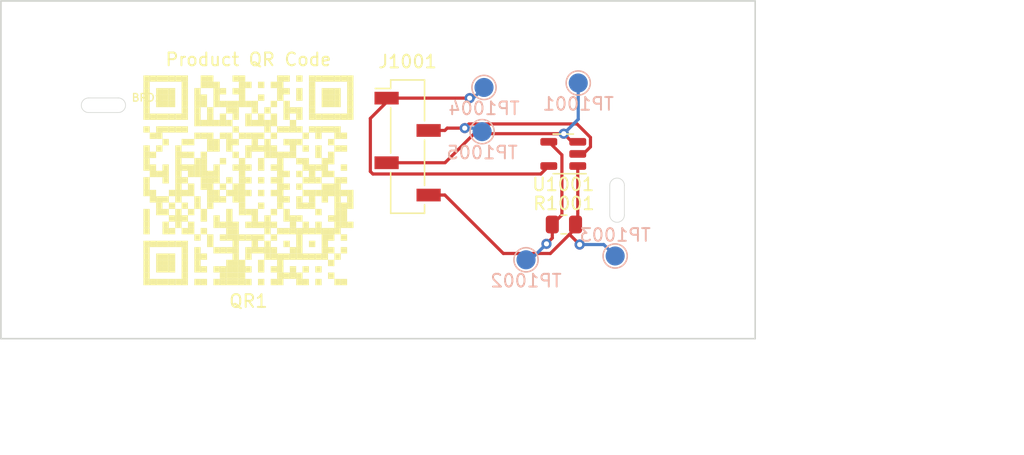
<source format=kicad_pcb>
(kicad_pcb (version 20171130) (host pcbnew "(5.1.12)-1")

  (general
    (thickness 1.6)
    (drawings 10)
    (tracks 52)
    (zones 0)
    (modules 10)
    (nets 6)
  )

  (page A4)
  (title_block
    (date 2021-12-24)
    (rev 01)
  )

  (layers
    (0 F.Cu signal)
    (31 B.Cu signal)
    (32 B.Adhes user)
    (33 F.Adhes user)
    (34 B.Paste user)
    (35 F.Paste user)
    (36 B.SilkS user)
    (37 F.SilkS user)
    (38 B.Mask user)
    (39 F.Mask user)
    (40 Dwgs.User user)
    (41 Cmts.User user)
    (42 Eco1.User user)
    (43 Eco2.User user)
    (44 Edge.Cuts user)
    (45 Margin user)
    (46 B.CrtYd user)
    (47 F.CrtYd user)
    (48 B.Fab user)
    (49 F.Fab user)
  )

  (setup
    (last_trace_width 0.25)
    (trace_clearance 0.2)
    (zone_clearance 0.508)
    (zone_45_only no)
    (trace_min 0.2)
    (via_size 0.8)
    (via_drill 0.4)
    (via_min_size 0.4)
    (via_min_drill 0.3)
    (uvia_size 0.3)
    (uvia_drill 0.1)
    (uvias_allowed no)
    (uvia_min_size 0.2)
    (uvia_min_drill 0.1)
    (edge_width 0.05)
    (segment_width 0.2)
    (pcb_text_width 0.3)
    (pcb_text_size 1.5 1.5)
    (mod_edge_width 0.12)
    (mod_text_size 1 1)
    (mod_text_width 0.15)
    (pad_size 1.524 1.524)
    (pad_drill 0.762)
    (pad_to_mask_clearance 0)
    (aux_axis_origin 0 0)
    (visible_elements 7FFFFFFF)
    (pcbplotparams
      (layerselection 0x010fc_ffffffff)
      (usegerberextensions false)
      (usegerberattributes true)
      (usegerberadvancedattributes true)
      (creategerberjobfile true)
      (excludeedgelayer true)
      (linewidth 0.100000)
      (plotframeref false)
      (viasonmask false)
      (mode 1)
      (useauxorigin false)
      (hpglpennumber 1)
      (hpglpenspeed 20)
      (hpglpendiameter 15.000000)
      (psnegative false)
      (psa4output false)
      (plotreference true)
      (plotvalue true)
      (plotinvisibletext false)
      (padsonsilk false)
      (subtractmaskfromsilk false)
      (outputformat 1)
      (mirror false)
      (drillshape 1)
      (scaleselection 1)
      (outputdirectory ""))
  )

  (net 0 "")
  (net 1 /OUT)
  (net 2 GND)
  (net 3 /IN)
  (net 4 VCC)
  (net 5 /_AOPIN+)

  (net_class Default "This is the default net class."
    (clearance 0.2)
    (trace_width 0.25)
    (via_dia 0.8)
    (via_drill 0.4)
    (uvia_dia 0.3)
    (uvia_drill 0.1)
    (add_net /IN)
    (add_net /OUT)
    (add_net /_AOPIN+)
    (add_net GND)
    (add_net VCC)
  )

  (module tc5:DemoBoard (layer F.Cu) (tedit 62327C03) (tstamp 62333880)
    (at 127.325 91.1)
    (path /62329410)
    (fp_text reference BRD1 (at 0 0.3) (layer F.SilkS)
      (effects (font (size 0.6 0.6) (thickness 0.1)))
    )
    (fp_text value SYM_Arrow_XLarge (at -4.325 18.25) (layer F.Fab)
      (effects (font (size 1 1) (thickness 0.15)))
    )
    (fp_line (start 47.77 19.25) (end -11.46 19.25) (layer Edge.Cuts) (width 0.12))
    (fp_line (start -11.46 19.25) (end -11.46 -7.3) (layer Edge.Cuts) (width 0.12))
    (fp_line (start -11.46 -7.3) (end 47.77 -7.3) (layer Edge.Cuts) (width 0.12))
    (fp_line (start 47.77 19.25) (end 47.77 -7.3) (layer Edge.Cuts) (width 0.12))
  )

  (module TestPoint:TestPoint_Pad_D1.5mm (layer B.Cu) (tedit 5A0F774F) (tstamp 61C63EC8)
    (at 153.65 94.075)
    (descr "SMD pad as test Point, diameter 1.5mm")
    (tags "test point SMD pad")
    (path /61C76041)
    (attr virtual)
    (fp_text reference TP1005 (at 0 1.648) (layer B.SilkS)
      (effects (font (size 1 1) (thickness 0.15)) (justify mirror))
    )
    (fp_text value TP_GND (at 0 -1.75) (layer B.Fab)
      (effects (font (size 1 1) (thickness 0.15)) (justify mirror))
    )
    (fp_circle (center 0 0) (end 0 -0.95) (layer B.SilkS) (width 0.12))
    (fp_circle (center 0 0) (end 1.25 0) (layer B.CrtYd) (width 0.05))
    (fp_text user %R (at 0 1.65) (layer B.Fab)
      (effects (font (size 1 1) (thickness 0.15)) (justify mirror))
    )
    (pad 1 smd circle (at 0 0) (size 1.5 1.5) (layers B.Cu B.Mask)
      (net 2 GND))
  )

  (module TestPoint:TestPoint_Pad_D1.5mm (layer B.Cu) (tedit 5A0F774F) (tstamp 61C63EC0)
    (at 153.8 90.6)
    (descr "SMD pad as test Point, diameter 1.5mm")
    (tags "test point SMD pad")
    (path /61C77FC1)
    (attr virtual)
    (fp_text reference TP1004 (at 0 1.648) (layer B.SilkS)
      (effects (font (size 1 1) (thickness 0.15)) (justify mirror))
    )
    (fp_text value TP_VCC (at 0 -1.75) (layer B.Fab)
      (effects (font (size 1 1) (thickness 0.15)) (justify mirror))
    )
    (fp_circle (center 0 0) (end 0 -0.95) (layer B.SilkS) (width 0.12))
    (fp_circle (center 0 0) (end 1.25 0) (layer B.CrtYd) (width 0.05))
    (fp_text user %R (at 0 1.65) (layer B.Fab)
      (effects (font (size 1 1) (thickness 0.15)) (justify mirror))
    )
    (pad 1 smd circle (at 0 0) (size 1.5 1.5) (layers B.Cu B.Mask)
      (net 4 VCC))
  )

  (module Package_TO_SOT_SMD:SOT-23-5 (layer F.Cu) (tedit 5F6F9B37) (tstamp 61C63067)
    (at 160.025 95.825 180)
    (descr "SOT, 5 Pin (https://www.jedec.org/sites/default/files/docs/Mo-178c.PDF variant AA), generated with kicad-footprint-generator ipc_gullwing_generator.py")
    (tags "SOT TO_SOT_SMD")
    (path /61C5DBDB)
    (attr smd)
    (fp_text reference U1001 (at 0 -2.4) (layer F.SilkS)
      (effects (font (size 1 1) (thickness 0.15)))
    )
    (fp_text value MCP6001-OT (at 0 2.4) (layer F.Fab)
      (effects (font (size 1 1) (thickness 0.15)))
    )
    (fp_line (start 2.05 -1.7) (end -2.05 -1.7) (layer F.CrtYd) (width 0.05))
    (fp_line (start 2.05 1.7) (end 2.05 -1.7) (layer F.CrtYd) (width 0.05))
    (fp_line (start -2.05 1.7) (end 2.05 1.7) (layer F.CrtYd) (width 0.05))
    (fp_line (start -2.05 -1.7) (end -2.05 1.7) (layer F.CrtYd) (width 0.05))
    (fp_line (start -0.8 -1.05) (end -0.4 -1.45) (layer F.Fab) (width 0.1))
    (fp_line (start -0.8 1.45) (end -0.8 -1.05) (layer F.Fab) (width 0.1))
    (fp_line (start 0.8 1.45) (end -0.8 1.45) (layer F.Fab) (width 0.1))
    (fp_line (start 0.8 -1.45) (end 0.8 1.45) (layer F.Fab) (width 0.1))
    (fp_line (start -0.4 -1.45) (end 0.8 -1.45) (layer F.Fab) (width 0.1))
    (fp_line (start 0 -1.56) (end -1.8 -1.56) (layer F.SilkS) (width 0.12))
    (fp_line (start 0 -1.56) (end 0.8 -1.56) (layer F.SilkS) (width 0.12))
    (fp_line (start 0 1.56) (end -0.8 1.56) (layer F.SilkS) (width 0.12))
    (fp_line (start 0 1.56) (end 0.8 1.56) (layer F.SilkS) (width 0.12))
    (fp_text user %R (at 0 0) (layer F.Fab)
      (effects (font (size 0.4 0.4) (thickness 0.06)))
    )
    (pad 5 smd roundrect (at 1.1375 -0.95 180) (size 1.325 0.6) (layers F.Cu F.Paste F.Mask) (roundrect_rratio 0.25)
      (net 4 VCC))
    (pad 4 smd roundrect (at 1.1375 0.95 180) (size 1.325 0.6) (layers F.Cu F.Paste F.Mask) (roundrect_rratio 0.25)
      (net 5 /_AOPIN+))
    (pad 3 smd roundrect (at -1.1375 0.95 180) (size 1.325 0.6) (layers F.Cu F.Paste F.Mask) (roundrect_rratio 0.25)
      (net 3 /IN))
    (pad 2 smd roundrect (at -1.1375 0 180) (size 1.325 0.6) (layers F.Cu F.Paste F.Mask) (roundrect_rratio 0.25)
      (net 2 GND))
    (pad 1 smd roundrect (at -1.1375 -0.95 180) (size 1.325 0.6) (layers F.Cu F.Paste F.Mask) (roundrect_rratio 0.25)
      (net 1 /OUT))
    (model ${KISYS3DMOD}/Package_TO_SOT_SMD.3dshapes/SOT-23-5.wrl
      (at (xyz 0 0 0))
      (scale (xyz 1 1 1))
      (rotate (xyz 0 0 0))
    )
  )

  (module TestPoint:TestPoint_Pad_D1.5mm (layer B.Cu) (tedit 5A0F774F) (tstamp 61C63050)
    (at 164.1 103.85 180)
    (descr "SMD pad as test Point, diameter 1.5mm")
    (tags "test point SMD pad")
    (path /61C6D8DC)
    (attr virtual)
    (fp_text reference TP1003 (at 0 1.648) (layer B.SilkS)
      (effects (font (size 1 1) (thickness 0.15)) (justify mirror))
    )
    (fp_text value TP_OUT (at 0 -1.75) (layer B.Fab)
      (effects (font (size 1 1) (thickness 0.15)) (justify mirror))
    )
    (fp_circle (center 0 0) (end 0 -0.95) (layer B.SilkS) (width 0.12))
    (fp_circle (center 0 0) (end 1.25 0) (layer B.CrtYd) (width 0.05))
    (fp_text user %R (at 0 1.65) (layer B.Fab)
      (effects (font (size 1 1) (thickness 0.15)) (justify mirror))
    )
    (pad 1 smd circle (at 0 0 180) (size 1.5 1.5) (layers B.Cu B.Mask)
      (net 1 /OUT))
  )

  (module TestPoint:TestPoint_Pad_D1.5mm (layer B.Cu) (tedit 5A0F774F) (tstamp 61C63048)
    (at 157.1 104.15)
    (descr "SMD pad as test Point, diameter 1.5mm")
    (tags "test point SMD pad")
    (path /61C6F0D8)
    (attr virtual)
    (fp_text reference TP1002 (at 0 1.648) (layer B.SilkS)
      (effects (font (size 1 1) (thickness 0.15)) (justify mirror))
    )
    (fp_text value TP_NEG (at 0 -1.75) (layer B.Fab)
      (effects (font (size 1 1) (thickness 0.15)) (justify mirror))
    )
    (fp_circle (center 0 0) (end 0 -0.95) (layer B.SilkS) (width 0.12))
    (fp_circle (center 0 0) (end 1.25 0) (layer B.CrtYd) (width 0.05))
    (fp_text user %R (at 0 1.65) (layer B.Fab)
      (effects (font (size 1 1) (thickness 0.15)) (justify mirror))
    )
    (pad 1 smd circle (at 0 0) (size 1.5 1.5) (layers B.Cu B.Mask)
      (net 5 /_AOPIN+))
  )

  (module TestPoint:TestPoint_Pad_D1.5mm (layer B.Cu) (tedit 5A0F774F) (tstamp 61C63040)
    (at 161.2 90.25)
    (descr "SMD pad as test Point, diameter 1.5mm")
    (tags "test point SMD pad")
    (path /61C7065D)
    (attr virtual)
    (fp_text reference TP1001 (at 0 1.648) (layer B.SilkS)
      (effects (font (size 1 1) (thickness 0.15)) (justify mirror))
    )
    (fp_text value TP_IN (at 0 -1.75) (layer B.Fab)
      (effects (font (size 1 1) (thickness 0.15)) (justify mirror))
    )
    (fp_circle (center 0 0) (end 0 -0.95) (layer B.SilkS) (width 0.12))
    (fp_circle (center 0 0) (end 1.25 0) (layer B.CrtYd) (width 0.05))
    (fp_text user %R (at 0 1.65) (layer B.Fab)
      (effects (font (size 1 1) (thickness 0.15)) (justify mirror))
    )
    (pad 1 smd circle (at 0 0) (size 1.5 1.5) (layers B.Cu B.Mask)
      (net 3 /IN))
  )

  (module Resistor_SMD:R_0805_2012Metric (layer F.Cu) (tedit 5F68FEEE) (tstamp 61C63038)
    (at 160.075 101.375)
    (descr "Resistor SMD 0805 (2012 Metric), square (rectangular) end terminal, IPC_7351 nominal, (Body size source: IPC-SM-782 page 72, https://www.pcb-3d.com/wordpress/wp-content/uploads/ipc-sm-782a_amendment_1_and_2.pdf), generated with kicad-footprint-generator")
    (tags resistor)
    (path /61C60726)
    (attr smd)
    (fp_text reference R1001 (at 0 -1.65) (layer F.SilkS)
      (effects (font (size 1 1) (thickness 0.15)))
    )
    (fp_text value 10k (at 0 1.65) (layer F.Fab)
      (effects (font (size 1 1) (thickness 0.15)))
    )
    (fp_line (start 1.68 0.95) (end -1.68 0.95) (layer F.CrtYd) (width 0.05))
    (fp_line (start 1.68 -0.95) (end 1.68 0.95) (layer F.CrtYd) (width 0.05))
    (fp_line (start -1.68 -0.95) (end 1.68 -0.95) (layer F.CrtYd) (width 0.05))
    (fp_line (start -1.68 0.95) (end -1.68 -0.95) (layer F.CrtYd) (width 0.05))
    (fp_line (start -0.227064 0.735) (end 0.227064 0.735) (layer F.SilkS) (width 0.12))
    (fp_line (start -0.227064 -0.735) (end 0.227064 -0.735) (layer F.SilkS) (width 0.12))
    (fp_line (start 1 0.625) (end -1 0.625) (layer F.Fab) (width 0.1))
    (fp_line (start 1 -0.625) (end 1 0.625) (layer F.Fab) (width 0.1))
    (fp_line (start -1 -0.625) (end 1 -0.625) (layer F.Fab) (width 0.1))
    (fp_line (start -1 0.625) (end -1 -0.625) (layer F.Fab) (width 0.1))
    (fp_text user %R (at 0 0) (layer F.Fab)
      (effects (font (size 0.5 0.5) (thickness 0.08)))
    )
    (pad 2 smd roundrect (at 0.9125 0) (size 1.025 1.4) (layers F.Cu F.Paste F.Mask) (roundrect_rratio 0.243902)
      (net 1 /OUT))
    (pad 1 smd roundrect (at -0.9125 0) (size 1.025 1.4) (layers F.Cu F.Paste F.Mask) (roundrect_rratio 0.243902)
      (net 5 /_AOPIN+))
    (model ${KISYS3DMOD}/Resistor_SMD.3dshapes/R_0805_2012Metric.wrl
      (at (xyz 0 0 0))
      (scale (xyz 1 1 1))
      (rotate (xyz 0 0 0))
    )
  )

  (module tc5:TC5 (layer F.Cu) (tedit 0) (tstamp 61C63027)
    (at 135.3 97.9)
    (path /61C5D077)
    (fp_text reference QR1 (at 0 9.5) (layer F.SilkS)
      (effects (font (size 1 1) (thickness 0.15)))
    )
    (fp_text value "Product QR Code" (at 0 -9.5) (layer F.SilkS)
      (effects (font (size 1 1) (thickness 0.15)))
    )
    (fp_line (start -8.35 8.35) (end -8.35 -8.35) (layer F.CrtYd) (width 0.05))
    (fp_line (start 8.35 8.35) (end -8.35 8.35) (layer F.CrtYd) (width 0.05))
    (fp_line (start 8.35 -8.35) (end 8.35 8.35) (layer F.CrtYd) (width 0.05))
    (fp_line (start -8.35 -8.35) (end 8.35 -8.35) (layer F.CrtYd) (width 0.05))
    (fp_poly (pts (xy 7.75 8.25) (xy 7.75 7.75) (xy 7.25 7.75) (xy 7.25 8.25)) (layer F.SilkS) (width 0))
    (fp_poly (pts (xy 7.25 8.25) (xy 7.25 7.75) (xy 6.75 7.75) (xy 6.75 8.25)) (layer F.SilkS) (width 0))
    (fp_poly (pts (xy 5.75 8.25) (xy 5.75 7.75) (xy 5.25 7.75) (xy 5.25 8.25)) (layer F.SilkS) (width 0))
    (fp_poly (pts (xy 4.75 8.25) (xy 4.75 7.75) (xy 4.25 7.75) (xy 4.25 8.25)) (layer F.SilkS) (width 0))
    (fp_poly (pts (xy 4.25 8.25) (xy 4.25 7.75) (xy 3.75 7.75) (xy 3.75 8.25)) (layer F.SilkS) (width 0))
    (fp_poly (pts (xy 2.75 8.25) (xy 2.75 7.75) (xy 2.25 7.75) (xy 2.25 8.25)) (layer F.SilkS) (width 0))
    (fp_poly (pts (xy 2.25 8.25) (xy 2.25 7.75) (xy 1.75 7.75) (xy 1.75 8.25)) (layer F.SilkS) (width 0))
    (fp_poly (pts (xy 1.25 8.25) (xy 1.25 7.75) (xy 0.75 7.75) (xy 0.75 8.25)) (layer F.SilkS) (width 0))
    (fp_poly (pts (xy 0.25 8.25) (xy 0.25 7.75) (xy -0.25 7.75) (xy -0.25 8.25)) (layer F.SilkS) (width 0))
    (fp_poly (pts (xy -0.25 8.25) (xy -0.25 7.75) (xy -0.75 7.75) (xy -0.75 8.25)) (layer F.SilkS) (width 0))
    (fp_poly (pts (xy -0.75 8.25) (xy -0.75 7.75) (xy -1.25 7.75) (xy -1.25 8.25)) (layer F.SilkS) (width 0))
    (fp_poly (pts (xy -1.25 8.25) (xy -1.25 7.75) (xy -1.75 7.75) (xy -1.75 8.25)) (layer F.SilkS) (width 0))
    (fp_poly (pts (xy -1.75 8.25) (xy -1.75 7.75) (xy -2.25 7.75) (xy -2.25 8.25)) (layer F.SilkS) (width 0))
    (fp_poly (pts (xy -2.25 8.25) (xy -2.25 7.75) (xy -2.75 7.75) (xy -2.75 8.25)) (layer F.SilkS) (width 0))
    (fp_poly (pts (xy -3.25 8.25) (xy -3.25 7.75) (xy -3.75 7.75) (xy -3.75 8.25)) (layer F.SilkS) (width 0))
    (fp_poly (pts (xy -3.75 8.25) (xy -3.75 7.75) (xy -4.25 7.75) (xy -4.25 8.25)) (layer F.SilkS) (width 0))
    (fp_poly (pts (xy -4.75 8.25) (xy -4.75 7.75) (xy -5.25 7.75) (xy -5.25 8.25)) (layer F.SilkS) (width 0))
    (fp_poly (pts (xy -5.25 8.25) (xy -5.25 7.75) (xy -5.75 7.75) (xy -5.75 8.25)) (layer F.SilkS) (width 0))
    (fp_poly (pts (xy -5.75 8.25) (xy -5.75 7.75) (xy -6.25 7.75) (xy -6.25 8.25)) (layer F.SilkS) (width 0))
    (fp_poly (pts (xy -6.25 8.25) (xy -6.25 7.75) (xy -6.75 7.75) (xy -6.75 8.25)) (layer F.SilkS) (width 0))
    (fp_poly (pts (xy -6.75 8.25) (xy -6.75 7.75) (xy -7.25 7.75) (xy -7.25 8.25)) (layer F.SilkS) (width 0))
    (fp_poly (pts (xy -7.25 8.25) (xy -7.25 7.75) (xy -7.75 7.75) (xy -7.75 8.25)) (layer F.SilkS) (width 0))
    (fp_poly (pts (xy -7.75 8.25) (xy -7.75 7.75) (xy -8.25 7.75) (xy -8.25 8.25)) (layer F.SilkS) (width 0))
    (fp_poly (pts (xy 6.75 7.75) (xy 6.75 7.25) (xy 6.25 7.25) (xy 6.25 7.75)) (layer F.SilkS) (width 0))
    (fp_poly (pts (xy 4.25 7.75) (xy 4.25 7.25) (xy 3.75 7.25) (xy 3.75 7.75)) (layer F.SilkS) (width 0))
    (fp_poly (pts (xy 3.75 7.75) (xy 3.75 7.25) (xy 3.25 7.25) (xy 3.25 7.75)) (layer F.SilkS) (width 0))
    (fp_poly (pts (xy 3.25 7.75) (xy 3.25 7.25) (xy 2.75 7.25) (xy 2.75 7.75)) (layer F.SilkS) (width 0))
    (fp_poly (pts (xy 2.75 7.75) (xy 2.75 7.25) (xy 2.25 7.25) (xy 2.25 7.75)) (layer F.SilkS) (width 0))
    (fp_poly (pts (xy -0.25 7.75) (xy -0.25 7.25) (xy -0.75 7.25) (xy -0.75 7.75)) (layer F.SilkS) (width 0))
    (fp_poly (pts (xy -0.75 7.75) (xy -0.75 7.25) (xy -1.25 7.25) (xy -1.25 7.75)) (layer F.SilkS) (width 0))
    (fp_poly (pts (xy -1.25 7.75) (xy -1.25 7.25) (xy -1.75 7.25) (xy -1.75 7.75)) (layer F.SilkS) (width 0))
    (fp_poly (pts (xy -1.75 7.75) (xy -1.75 7.25) (xy -2.25 7.25) (xy -2.25 7.75)) (layer F.SilkS) (width 0))
    (fp_poly (pts (xy -4.75 7.75) (xy -4.75 7.25) (xy -5.25 7.25) (xy -5.25 7.75)) (layer F.SilkS) (width 0))
    (fp_poly (pts (xy -7.75 7.75) (xy -7.75 7.25) (xy -8.25 7.25) (xy -8.25 7.75)) (layer F.SilkS) (width 0))
    (fp_poly (pts (xy 5.75 7.25) (xy 5.75 6.75) (xy 5.25 6.75) (xy 5.25 7.25)) (layer F.SilkS) (width 0))
    (fp_poly (pts (xy 4.75 7.25) (xy 4.75 6.75) (xy 4.25 6.75) (xy 4.25 7.25)) (layer F.SilkS) (width 0))
    (fp_poly (pts (xy 3.75 7.25) (xy 3.75 6.75) (xy 3.25 6.75) (xy 3.25 7.25)) (layer F.SilkS) (width 0))
    (fp_poly (pts (xy 2.75 7.25) (xy 2.75 6.75) (xy 2.25 6.75) (xy 2.25 7.25)) (layer F.SilkS) (width 0))
    (fp_poly (pts (xy 2.25 7.25) (xy 2.25 6.75) (xy 1.75 6.75) (xy 1.75 7.25)) (layer F.SilkS) (width 0))
    (fp_poly (pts (xy 1.25 7.25) (xy 1.25 6.75) (xy 0.75 6.75) (xy 0.75 7.25)) (layer F.SilkS) (width 0))
    (fp_poly (pts (xy 0.25 7.25) (xy 0.25 6.75) (xy -0.25 6.75) (xy -0.25 7.25)) (layer F.SilkS) (width 0))
    (fp_poly (pts (xy -0.25 7.25) (xy -0.25 6.75) (xy -0.75 6.75) (xy -0.75 7.25)) (layer F.SilkS) (width 0))
    (fp_poly (pts (xy -0.75 7.25) (xy -0.75 6.75) (xy -1.25 6.75) (xy -1.25 7.25)) (layer F.SilkS) (width 0))
    (fp_poly (pts (xy -1.25 7.25) (xy -1.25 6.75) (xy -1.75 6.75) (xy -1.75 7.25)) (layer F.SilkS) (width 0))
    (fp_poly (pts (xy -1.75 7.25) (xy -1.75 6.75) (xy -2.25 6.75) (xy -2.25 7.25)) (layer F.SilkS) (width 0))
    (fp_poly (pts (xy -2.25 7.25) (xy -2.25 6.75) (xy -2.75 6.75) (xy -2.75 7.25)) (layer F.SilkS) (width 0))
    (fp_poly (pts (xy -3.25 7.25) (xy -3.25 6.75) (xy -3.75 6.75) (xy -3.75 7.25)) (layer F.SilkS) (width 0))
    (fp_poly (pts (xy -3.75 7.25) (xy -3.75 6.75) (xy -4.25 6.75) (xy -4.25 7.25)) (layer F.SilkS) (width 0))
    (fp_poly (pts (xy -4.75 7.25) (xy -4.75 6.75) (xy -5.25 6.75) (xy -5.25 7.25)) (layer F.SilkS) (width 0))
    (fp_poly (pts (xy -5.75 7.25) (xy -5.75 6.75) (xy -6.25 6.75) (xy -6.25 7.25)) (layer F.SilkS) (width 0))
    (fp_poly (pts (xy -6.25 7.25) (xy -6.25 6.75) (xy -6.75 6.75) (xy -6.75 7.25)) (layer F.SilkS) (width 0))
    (fp_poly (pts (xy -6.75 7.25) (xy -6.75 6.75) (xy -7.25 6.75) (xy -7.25 7.25)) (layer F.SilkS) (width 0))
    (fp_poly (pts (xy -7.75 7.25) (xy -7.75 6.75) (xy -8.25 6.75) (xy -8.25 7.25)) (layer F.SilkS) (width 0))
    (fp_poly (pts (xy 6.75 6.75) (xy 6.75 6.25) (xy 6.25 6.25) (xy 6.25 6.75)) (layer F.SilkS) (width 0))
    (fp_poly (pts (xy 2.75 6.75) (xy 2.75 6.25) (xy 2.25 6.25) (xy 2.25 6.75)) (layer F.SilkS) (width 0))
    (fp_poly (pts (xy 1.25 6.75) (xy 1.25 6.25) (xy 0.75 6.25) (xy 0.75 6.75)) (layer F.SilkS) (width 0))
    (fp_poly (pts (xy -0.25 6.75) (xy -0.25 6.25) (xy -0.75 6.25) (xy -0.75 6.75)) (layer F.SilkS) (width 0))
    (fp_poly (pts (xy -0.75 6.75) (xy -0.75 6.25) (xy -1.25 6.25) (xy -1.25 6.75)) (layer F.SilkS) (width 0))
    (fp_poly (pts (xy -1.25 6.75) (xy -1.25 6.25) (xy -1.75 6.25) (xy -1.75 6.75)) (layer F.SilkS) (width 0))
    (fp_poly (pts (xy -3.75 6.75) (xy -3.75 6.25) (xy -4.25 6.25) (xy -4.25 6.75)) (layer F.SilkS) (width 0))
    (fp_poly (pts (xy -4.75 6.75) (xy -4.75 6.25) (xy -5.25 6.25) (xy -5.25 6.75)) (layer F.SilkS) (width 0))
    (fp_poly (pts (xy -5.75 6.75) (xy -5.75 6.25) (xy -6.25 6.25) (xy -6.25 6.75)) (layer F.SilkS) (width 0))
    (fp_poly (pts (xy -6.25 6.75) (xy -6.25 6.25) (xy -6.75 6.25) (xy -6.75 6.75)) (layer F.SilkS) (width 0))
    (fp_poly (pts (xy -6.75 6.75) (xy -6.75 6.25) (xy -7.25 6.25) (xy -7.25 6.75)) (layer F.SilkS) (width 0))
    (fp_poly (pts (xy -7.75 6.75) (xy -7.75 6.25) (xy -8.25 6.25) (xy -8.25 6.75)) (layer F.SilkS) (width 0))
    (fp_poly (pts (xy 7.25 6.25) (xy 7.25 5.75) (xy 6.75 5.75) (xy 6.75 6.25)) (layer F.SilkS) (width 0))
    (fp_poly (pts (xy 6.25 6.25) (xy 6.25 5.75) (xy 5.75 5.75) (xy 5.75 6.25)) (layer F.SilkS) (width 0))
    (fp_poly (pts (xy 5.75 6.25) (xy 5.75 5.75) (xy 5.25 5.75) (xy 5.25 6.25)) (layer F.SilkS) (width 0))
    (fp_poly (pts (xy 5.25 6.25) (xy 5.25 5.75) (xy 4.75 5.75) (xy 4.75 6.25)) (layer F.SilkS) (width 0))
    (fp_poly (pts (xy 4.75 6.25) (xy 4.75 5.75) (xy 4.25 5.75) (xy 4.25 6.25)) (layer F.SilkS) (width 0))
    (fp_poly (pts (xy 4.25 6.25) (xy 4.25 5.75) (xy 3.75 5.75) (xy 3.75 6.25)) (layer F.SilkS) (width 0))
    (fp_poly (pts (xy 3.75 6.25) (xy 3.75 5.75) (xy 3.25 5.75) (xy 3.25 6.25)) (layer F.SilkS) (width 0))
    (fp_poly (pts (xy 3.25 6.25) (xy 3.25 5.75) (xy 2.75 5.75) (xy 2.75 6.25)) (layer F.SilkS) (width 0))
    (fp_poly (pts (xy 2.75 6.25) (xy 2.75 5.75) (xy 2.25 5.75) (xy 2.25 6.25)) (layer F.SilkS) (width 0))
    (fp_poly (pts (xy 2.25 6.25) (xy 2.25 5.75) (xy 1.75 5.75) (xy 1.75 6.25)) (layer F.SilkS) (width 0))
    (fp_poly (pts (xy 1.75 6.25) (xy 1.75 5.75) (xy 1.25 5.75) (xy 1.25 6.25)) (layer F.SilkS) (width 0))
    (fp_poly (pts (xy 0.25 6.25) (xy 0.25 5.75) (xy -0.25 5.75) (xy -0.25 6.25)) (layer F.SilkS) (width 0))
    (fp_poly (pts (xy -0.75 6.25) (xy -0.75 5.75) (xy -1.25 5.75) (xy -1.25 6.25)) (layer F.SilkS) (width 0))
    (fp_poly (pts (xy -3.25 6.25) (xy -3.25 5.75) (xy -3.75 5.75) (xy -3.75 6.25)) (layer F.SilkS) (width 0))
    (fp_poly (pts (xy -3.75 6.25) (xy -3.75 5.75) (xy -4.25 5.75) (xy -4.25 6.25)) (layer F.SilkS) (width 0))
    (fp_poly (pts (xy -4.75 6.25) (xy -4.75 5.75) (xy -5.25 5.75) (xy -5.25 6.25)) (layer F.SilkS) (width 0))
    (fp_poly (pts (xy -5.75 6.25) (xy -5.75 5.75) (xy -6.25 5.75) (xy -6.25 6.25)) (layer F.SilkS) (width 0))
    (fp_poly (pts (xy -6.25 6.25) (xy -6.25 5.75) (xy -6.75 5.75) (xy -6.75 6.25)) (layer F.SilkS) (width 0))
    (fp_poly (pts (xy -6.75 6.25) (xy -6.75 5.75) (xy -7.25 5.75) (xy -7.25 6.25)) (layer F.SilkS) (width 0))
    (fp_poly (pts (xy -7.75 6.25) (xy -7.75 5.75) (xy -8.25 5.75) (xy -8.25 6.25)) (layer F.SilkS) (width 0))
    (fp_poly (pts (xy 7.75 5.75) (xy 7.75 5.25) (xy 7.25 5.25) (xy 7.25 5.75)) (layer F.SilkS) (width 0))
    (fp_poly (pts (xy 6.75 5.75) (xy 6.75 5.25) (xy 6.25 5.25) (xy 6.25 5.75)) (layer F.SilkS) (width 0))
    (fp_poly (pts (xy 6.25 5.75) (xy 6.25 5.25) (xy 5.75 5.25) (xy 5.75 5.75)) (layer F.SilkS) (width 0))
    (fp_poly (pts (xy 4.25 5.75) (xy 4.25 5.25) (xy 3.75 5.25) (xy 3.75 5.75)) (layer F.SilkS) (width 0))
    (fp_poly (pts (xy 3.75 5.75) (xy 3.75 5.25) (xy 3.25 5.25) (xy 3.25 5.75)) (layer F.SilkS) (width 0))
    (fp_poly (pts (xy 2.25 5.75) (xy 2.25 5.25) (xy 1.75 5.25) (xy 1.75 5.75)) (layer F.SilkS) (width 0))
    (fp_poly (pts (xy 1.75 5.75) (xy 1.75 5.25) (xy 1.25 5.25) (xy 1.25 5.75)) (layer F.SilkS) (width 0))
    (fp_poly (pts (xy 1.25 5.75) (xy 1.25 5.25) (xy 0.75 5.25) (xy 0.75 5.75)) (layer F.SilkS) (width 0))
    (fp_poly (pts (xy 0.75 5.75) (xy 0.75 5.25) (xy 0.25 5.25) (xy 0.25 5.75)) (layer F.SilkS) (width 0))
    (fp_poly (pts (xy 0.25 5.75) (xy 0.25 5.25) (xy -0.25 5.25) (xy -0.25 5.75)) (layer F.SilkS) (width 0))
    (fp_poly (pts (xy -0.75 5.75) (xy -0.75 5.25) (xy -1.25 5.25) (xy -1.25 5.75)) (layer F.SilkS) (width 0))
    (fp_poly (pts (xy -1.25 5.75) (xy -1.25 5.25) (xy -1.75 5.25) (xy -1.75 5.75)) (layer F.SilkS) (width 0))
    (fp_poly (pts (xy -1.75 5.75) (xy -1.75 5.25) (xy -2.25 5.25) (xy -2.25 5.75)) (layer F.SilkS) (width 0))
    (fp_poly (pts (xy -2.25 5.75) (xy -2.25 5.25) (xy -2.75 5.25) (xy -2.75 5.75)) (layer F.SilkS) (width 0))
    (fp_poly (pts (xy -3.75 5.75) (xy -3.75 5.25) (xy -4.25 5.25) (xy -4.25 5.75)) (layer F.SilkS) (width 0))
    (fp_poly (pts (xy -4.75 5.75) (xy -4.75 5.25) (xy -5.25 5.25) (xy -5.25 5.75)) (layer F.SilkS) (width 0))
    (fp_poly (pts (xy -7.75 5.75) (xy -7.75 5.25) (xy -8.25 5.25) (xy -8.25 5.75)) (layer F.SilkS) (width 0))
    (fp_poly (pts (xy 6.25 5.25) (xy 6.25 4.75) (xy 5.75 4.75) (xy 5.75 5.25)) (layer F.SilkS) (width 0))
    (fp_poly (pts (xy 5.25 5.25) (xy 5.25 4.75) (xy 4.75 4.75) (xy 4.75 5.25)) (layer F.SilkS) (width 0))
    (fp_poly (pts (xy 4.25 5.25) (xy 4.25 4.75) (xy 3.75 4.75) (xy 3.75 5.25)) (layer F.SilkS) (width 0))
    (fp_poly (pts (xy 3.25 5.25) (xy 3.25 4.75) (xy 2.75 4.75) (xy 2.75 5.25)) (layer F.SilkS) (width 0))
    (fp_poly (pts (xy 1.75 5.25) (xy 1.75 4.75) (xy 1.25 4.75) (xy 1.25 5.25)) (layer F.SilkS) (width 0))
    (fp_poly (pts (xy 0.75 5.25) (xy 0.75 4.75) (xy 0.25 4.75) (xy 0.25 5.25)) (layer F.SilkS) (width 0))
    (fp_poly (pts (xy -0.75 5.25) (xy -0.75 4.75) (xy -1.25 4.75) (xy -1.25 5.25)) (layer F.SilkS) (width 0))
    (fp_poly (pts (xy -2.75 5.25) (xy -2.75 4.75) (xy -3.25 4.75) (xy -3.25 5.25)) (layer F.SilkS) (width 0))
    (fp_poly (pts (xy -4.75 5.25) (xy -4.75 4.75) (xy -5.25 4.75) (xy -5.25 5.25)) (layer F.SilkS) (width 0))
    (fp_poly (pts (xy -5.25 5.25) (xy -5.25 4.75) (xy -5.75 4.75) (xy -5.75 5.25)) (layer F.SilkS) (width 0))
    (fp_poly (pts (xy -5.75 5.25) (xy -5.75 4.75) (xy -6.25 4.75) (xy -6.25 5.25)) (layer F.SilkS) (width 0))
    (fp_poly (pts (xy -6.25 5.25) (xy -6.25 4.75) (xy -6.75 4.75) (xy -6.75 5.25)) (layer F.SilkS) (width 0))
    (fp_poly (pts (xy -6.75 5.25) (xy -6.75 4.75) (xy -7.25 4.75) (xy -7.25 5.25)) (layer F.SilkS) (width 0))
    (fp_poly (pts (xy -7.25 5.25) (xy -7.25 4.75) (xy -7.75 4.75) (xy -7.75 5.25)) (layer F.SilkS) (width 0))
    (fp_poly (pts (xy -7.75 5.25) (xy -7.75 4.75) (xy -8.25 4.75) (xy -8.25 5.25)) (layer F.SilkS) (width 0))
    (fp_poly (pts (xy 7.75 4.75) (xy 7.75 4.25) (xy 7.25 4.25) (xy 7.25 4.75)) (layer F.SilkS) (width 0))
    (fp_poly (pts (xy 6.75 4.75) (xy 6.75 4.25) (xy 6.25 4.25) (xy 6.25 4.75)) (layer F.SilkS) (width 0))
    (fp_poly (pts (xy 6.25 4.75) (xy 6.25 4.25) (xy 5.75 4.25) (xy 5.75 4.75)) (layer F.SilkS) (width 0))
    (fp_poly (pts (xy 4.25 4.75) (xy 4.25 4.25) (xy 3.75 4.25) (xy 3.75 4.75)) (layer F.SilkS) (width 0))
    (fp_poly (pts (xy 2.25 4.75) (xy 2.25 4.25) (xy 1.75 4.25) (xy 1.75 4.75)) (layer F.SilkS) (width 0))
    (fp_poly (pts (xy 1.25 4.75) (xy 1.25 4.25) (xy 0.75 4.25) (xy 0.75 4.75)) (layer F.SilkS) (width 0))
    (fp_poly (pts (xy 0.75 4.75) (xy 0.75 4.25) (xy 0.25 4.25) (xy 0.25 4.75)) (layer F.SilkS) (width 0))
    (fp_poly (pts (xy 0.25 4.75) (xy 0.25 4.25) (xy -0.25 4.25) (xy -0.25 4.75)) (layer F.SilkS) (width 0))
    (fp_poly (pts (xy -0.25 4.75) (xy -0.25 4.25) (xy -0.75 4.25) (xy -0.75 4.75)) (layer F.SilkS) (width 0))
    (fp_poly (pts (xy -0.75 4.75) (xy -0.75 4.25) (xy -1.25 4.25) (xy -1.25 4.75)) (layer F.SilkS) (width 0))
    (fp_poly (pts (xy -1.25 4.75) (xy -1.25 4.25) (xy -1.75 4.25) (xy -1.75 4.75)) (layer F.SilkS) (width 0))
    (fp_poly (pts (xy -1.75 4.75) (xy -1.75 4.25) (xy -2.25 4.25) (xy -2.25 4.75)) (layer F.SilkS) (width 0))
    (fp_poly (pts (xy -2.75 4.75) (xy -2.75 4.25) (xy -3.25 4.25) (xy -3.25 4.75)) (layer F.SilkS) (width 0))
    (fp_poly (pts (xy -3.75 4.75) (xy -3.75 4.25) (xy -4.25 4.25) (xy -4.25 4.75)) (layer F.SilkS) (width 0))
    (fp_poly (pts (xy 7.25 4.25) (xy 7.25 3.75) (xy 6.75 3.75) (xy 6.75 4.25)) (layer F.SilkS) (width 0))
    (fp_poly (pts (xy 6.75 4.25) (xy 6.75 3.75) (xy 6.25 3.75) (xy 6.25 4.25)) (layer F.SilkS) (width 0))
    (fp_poly (pts (xy 6.25 4.25) (xy 6.25 3.75) (xy 5.75 3.75) (xy 5.75 4.25)) (layer F.SilkS) (width 0))
    (fp_poly (pts (xy 5.75 4.25) (xy 5.75 3.75) (xy 5.25 3.75) (xy 5.25 4.25)) (layer F.SilkS) (width 0))
    (fp_poly (pts (xy 5.25 4.25) (xy 5.25 3.75) (xy 4.75 3.75) (xy 4.75 4.25)) (layer F.SilkS) (width 0))
    (fp_poly (pts (xy 4.75 4.25) (xy 4.75 3.75) (xy 4.25 3.75) (xy 4.25 4.25)) (layer F.SilkS) (width 0))
    (fp_poly (pts (xy 4.25 4.25) (xy 4.25 3.75) (xy 3.75 3.75) (xy 3.75 4.25)) (layer F.SilkS) (width 0))
    (fp_poly (pts (xy 3.75 4.25) (xy 3.75 3.75) (xy 3.25 3.75) (xy 3.25 4.25)) (layer F.SilkS) (width 0))
    (fp_poly (pts (xy 3.25 4.25) (xy 3.25 3.75) (xy 2.75 3.75) (xy 2.75 4.25)) (layer F.SilkS) (width 0))
    (fp_poly (pts (xy 2.75 4.25) (xy 2.75 3.75) (xy 2.25 3.75) (xy 2.25 4.25)) (layer F.SilkS) (width 0))
    (fp_poly (pts (xy 1.75 4.25) (xy 1.75 3.75) (xy 1.25 3.75) (xy 1.25 4.25)) (layer F.SilkS) (width 0))
    (fp_poly (pts (xy -0.75 4.25) (xy -0.75 3.75) (xy -1.25 3.75) (xy -1.25 4.25)) (layer F.SilkS) (width 0))
    (fp_poly (pts (xy -1.25 4.25) (xy -1.25 3.75) (xy -1.75 3.75) (xy -1.75 4.25)) (layer F.SilkS) (width 0))
    (fp_poly (pts (xy -3.25 4.25) (xy -3.25 3.75) (xy -3.75 3.75) (xy -3.75 4.25)) (layer F.SilkS) (width 0))
    (fp_poly (pts (xy -4.25 4.25) (xy -4.25 3.75) (xy -4.75 3.75) (xy -4.75 4.25)) (layer F.SilkS) (width 0))
    (fp_poly (pts (xy -4.75 4.25) (xy -4.75 3.75) (xy -5.25 3.75) (xy -5.25 4.25)) (layer F.SilkS) (width 0))
    (fp_poly (pts (xy -5.75 4.25) (xy -5.75 3.75) (xy -6.25 3.75) (xy -6.25 4.25)) (layer F.SilkS) (width 0))
    (fp_poly (pts (xy -6.25 4.25) (xy -6.25 3.75) (xy -6.75 3.75) (xy -6.75 4.25)) (layer F.SilkS) (width 0))
    (fp_poly (pts (xy -7.75 4.25) (xy -7.75 3.75) (xy -8.25 3.75) (xy -8.25 4.25)) (layer F.SilkS) (width 0))
    (fp_poly (pts (xy 8.25 3.75) (xy 8.25 3.25) (xy 7.75 3.25) (xy 7.75 3.75)) (layer F.SilkS) (width 0))
    (fp_poly (pts (xy 7.75 3.75) (xy 7.75 3.25) (xy 7.25 3.25) (xy 7.25 3.75)) (layer F.SilkS) (width 0))
    (fp_poly (pts (xy 7.25 3.75) (xy 7.25 3.25) (xy 6.75 3.25) (xy 6.75 3.75)) (layer F.SilkS) (width 0))
    (fp_poly (pts (xy 5.75 3.75) (xy 5.75 3.25) (xy 5.25 3.25) (xy 5.25 3.75)) (layer F.SilkS) (width 0))
    (fp_poly (pts (xy 4.75 3.75) (xy 4.75 3.25) (xy 4.25 3.25) (xy 4.25 3.75)) (layer F.SilkS) (width 0))
    (fp_poly (pts (xy 3.75 3.75) (xy 3.75 3.25) (xy 3.25 3.25) (xy 3.25 3.75)) (layer F.SilkS) (width 0))
    (fp_poly (pts (xy 2.25 3.75) (xy 2.25 3.25) (xy 1.75 3.25) (xy 1.75 3.75)) (layer F.SilkS) (width 0))
    (fp_poly (pts (xy 1.75 3.75) (xy 1.75 3.25) (xy 1.25 3.25) (xy 1.25 3.75)) (layer F.SilkS) (width 0))
    (fp_poly (pts (xy 1.25 3.75) (xy 1.25 3.25) (xy 0.75 3.25) (xy 0.75 3.75)) (layer F.SilkS) (width 0))
    (fp_poly (pts (xy 0.75 3.75) (xy 0.75 3.25) (xy 0.25 3.25) (xy 0.25 3.75)) (layer F.SilkS) (width 0))
    (fp_poly (pts (xy 0.25 3.75) (xy 0.25 3.25) (xy -0.25 3.25) (xy -0.25 3.75)) (layer F.SilkS) (width 0))
    (fp_poly (pts (xy -0.75 3.75) (xy -0.75 3.25) (xy -1.25 3.25) (xy -1.25 3.75)) (layer F.SilkS) (width 0))
    (fp_poly (pts (xy -1.25 3.75) (xy -1.25 3.25) (xy -1.75 3.25) (xy -1.75 3.75)) (layer F.SilkS) (width 0))
    (fp_poly (pts (xy -1.75 3.75) (xy -1.75 3.25) (xy -2.25 3.25) (xy -2.25 3.75)) (layer F.SilkS) (width 0))
    (fp_poly (pts (xy -2.25 3.75) (xy -2.25 3.25) (xy -2.75 3.25) (xy -2.75 3.75)) (layer F.SilkS) (width 0))
    (fp_poly (pts (xy -4.25 3.75) (xy -4.25 3.25) (xy -4.75 3.25) (xy -4.75 3.75)) (layer F.SilkS) (width 0))
    (fp_poly (pts (xy -5.25 3.75) (xy -5.25 3.25) (xy -5.75 3.25) (xy -5.75 3.75)) (layer F.SilkS) (width 0))
    (fp_poly (pts (xy -6.25 3.75) (xy -6.25 3.25) (xy -6.75 3.25) (xy -6.75 3.75)) (layer F.SilkS) (width 0))
    (fp_poly (pts (xy -7.75 3.75) (xy -7.75 3.25) (xy -8.25 3.25) (xy -8.25 3.75)) (layer F.SilkS) (width 0))
    (fp_poly (pts (xy 7.75 3.25) (xy 7.75 2.75) (xy 7.25 2.75) (xy 7.25 3.25)) (layer F.SilkS) (width 0))
    (fp_poly (pts (xy 7.25 3.25) (xy 7.25 2.75) (xy 6.75 2.75) (xy 6.75 3.25)) (layer F.SilkS) (width 0))
    (fp_poly (pts (xy 6.75 3.25) (xy 6.75 2.75) (xy 6.25 2.75) (xy 6.25 3.25)) (layer F.SilkS) (width 0))
    (fp_poly (pts (xy 4.25 3.25) (xy 4.25 2.75) (xy 3.75 2.75) (xy 3.75 3.25)) (layer F.SilkS) (width 0))
    (fp_poly (pts (xy 3.75 3.25) (xy 3.75 2.75) (xy 3.25 2.75) (xy 3.25 3.25)) (layer F.SilkS) (width 0))
    (fp_poly (pts (xy 3.25 3.25) (xy 3.25 2.75) (xy 2.75 2.75) (xy 2.75 3.25)) (layer F.SilkS) (width 0))
    (fp_poly (pts (xy 1.75 3.25) (xy 1.75 2.75) (xy 1.25 2.75) (xy 1.25 3.25)) (layer F.SilkS) (width 0))
    (fp_poly (pts (xy 0.75 3.25) (xy 0.75 2.75) (xy 0.25 2.75) (xy 0.25 3.25)) (layer F.SilkS) (width 0))
    (fp_poly (pts (xy -1.25 3.25) (xy -1.25 2.75) (xy -1.75 2.75) (xy -1.75 3.25)) (layer F.SilkS) (width 0))
    (fp_poly (pts (xy -2.25 3.25) (xy -2.25 2.75) (xy -2.75 2.75) (xy -2.75 3.25)) (layer F.SilkS) (width 0))
    (fp_poly (pts (xy -3.25 3.25) (xy -3.25 2.75) (xy -3.75 2.75) (xy -3.75 3.25)) (layer F.SilkS) (width 0))
    (fp_poly (pts (xy -4.75 3.25) (xy -4.75 2.75) (xy -5.25 2.75) (xy -5.25 3.25)) (layer F.SilkS) (width 0))
    (fp_poly (pts (xy -5.25 3.25) (xy -5.25 2.75) (xy -5.75 2.75) (xy -5.75 3.25)) (layer F.SilkS) (width 0))
    (fp_poly (pts (xy -5.75 3.25) (xy -5.75 2.75) (xy -6.25 2.75) (xy -6.25 3.25)) (layer F.SilkS) (width 0))
    (fp_poly (pts (xy -7.75 3.25) (xy -7.75 2.75) (xy -8.25 2.75) (xy -8.25 3.25)) (layer F.SilkS) (width 0))
    (fp_poly (pts (xy 7.75 2.75) (xy 7.75 2.25) (xy 7.25 2.25) (xy 7.25 2.75)) (layer F.SilkS) (width 0))
    (fp_poly (pts (xy 7.25 2.75) (xy 7.25 2.25) (xy 6.75 2.25) (xy 6.75 2.75)) (layer F.SilkS) (width 0))
    (fp_poly (pts (xy 5.75 2.75) (xy 5.75 2.25) (xy 5.25 2.25) (xy 5.25 2.75)) (layer F.SilkS) (width 0))
    (fp_poly (pts (xy 3.25 2.75) (xy 3.25 2.25) (xy 2.75 2.25) (xy 2.75 2.75)) (layer F.SilkS) (width 0))
    (fp_poly (pts (xy 2.25 2.75) (xy 2.25 2.25) (xy 1.75 2.25) (xy 1.75 2.75)) (layer F.SilkS) (width 0))
    (fp_poly (pts (xy 0.75 2.75) (xy 0.75 2.25) (xy 0.25 2.25) (xy 0.25 2.75)) (layer F.SilkS) (width 0))
    (fp_poly (pts (xy 0.25 2.75) (xy 0.25 2.25) (xy -0.25 2.25) (xy -0.25 2.75)) (layer F.SilkS) (width 0))
    (fp_poly (pts (xy -0.25 2.75) (xy -0.25 2.25) (xy -0.75 2.25) (xy -0.75 2.75)) (layer F.SilkS) (width 0))
    (fp_poly (pts (xy -1.25 2.75) (xy -1.25 2.25) (xy -1.75 2.25) (xy -1.75 2.75)) (layer F.SilkS) (width 0))
    (fp_poly (pts (xy -3.25 2.75) (xy -3.25 2.25) (xy -3.75 2.25) (xy -3.75 2.75)) (layer F.SilkS) (width 0))
    (fp_poly (pts (xy -4.25 2.75) (xy -4.25 2.25) (xy -4.75 2.25) (xy -4.75 2.75)) (layer F.SilkS) (width 0))
    (fp_poly (pts (xy -5.25 2.75) (xy -5.25 2.25) (xy -5.75 2.25) (xy -5.75 2.75)) (layer F.SilkS) (width 0))
    (fp_poly (pts (xy -6.25 2.75) (xy -6.25 2.25) (xy -6.75 2.25) (xy -6.75 2.75)) (layer F.SilkS) (width 0))
    (fp_poly (pts (xy -6.75 2.75) (xy -6.75 2.25) (xy -7.25 2.25) (xy -7.25 2.75)) (layer F.SilkS) (width 0))
    (fp_poly (pts (xy -7.75 2.75) (xy -7.75 2.25) (xy -8.25 2.25) (xy -8.25 2.75)) (layer F.SilkS) (width 0))
    (fp_poly (pts (xy 8.25 2.25) (xy 8.25 1.75) (xy 7.75 1.75) (xy 7.75 2.25)) (layer F.SilkS) (width 0))
    (fp_poly (pts (xy 7.75 2.25) (xy 7.75 1.75) (xy 7.25 1.75) (xy 7.25 2.25)) (layer F.SilkS) (width 0))
    (fp_poly (pts (xy 7.25 2.25) (xy 7.25 1.75) (xy 6.75 1.75) (xy 6.75 2.25)) (layer F.SilkS) (width 0))
    (fp_poly (pts (xy 5.25 2.25) (xy 5.25 1.75) (xy 4.75 1.75) (xy 4.75 2.25)) (layer F.SilkS) (width 0))
    (fp_poly (pts (xy 4.75 2.25) (xy 4.75 1.75) (xy 4.25 1.75) (xy 4.25 2.25)) (layer F.SilkS) (width 0))
    (fp_poly (pts (xy 4.25 2.25) (xy 4.25 1.75) (xy 3.75 1.75) (xy 3.75 2.25)) (layer F.SilkS) (width 0))
    (fp_poly (pts (xy 2.75 2.25) (xy 2.75 1.75) (xy 2.25 1.75) (xy 2.25 2.25)) (layer F.SilkS) (width 0))
    (fp_poly (pts (xy 1.25 2.25) (xy 1.25 1.75) (xy 0.75 1.75) (xy 0.75 2.25)) (layer F.SilkS) (width 0))
    (fp_poly (pts (xy -0.25 2.25) (xy -0.25 1.75) (xy -0.75 1.75) (xy -0.75 2.25)) (layer F.SilkS) (width 0))
    (fp_poly (pts (xy -2.75 2.25) (xy -2.75 1.75) (xy -3.25 1.75) (xy -3.25 2.25)) (layer F.SilkS) (width 0))
    (fp_poly (pts (xy -3.75 2.25) (xy -3.75 1.75) (xy -4.25 1.75) (xy -4.25 2.25)) (layer F.SilkS) (width 0))
    (fp_poly (pts (xy -4.75 2.25) (xy -4.75 1.75) (xy -5.25 1.75) (xy -5.25 2.25)) (layer F.SilkS) (width 0))
    (fp_poly (pts (xy -5.75 2.25) (xy -5.75 1.75) (xy -6.25 1.75) (xy -6.25 2.25)) (layer F.SilkS) (width 0))
    (fp_poly (pts (xy -6.75 2.25) (xy -6.75 1.75) (xy -7.25 1.75) (xy -7.25 2.25)) (layer F.SilkS) (width 0))
    (fp_poly (pts (xy 8.25 1.75) (xy 8.25 1.25) (xy 7.75 1.25) (xy 7.75 1.75)) (layer F.SilkS) (width 0))
    (fp_poly (pts (xy 7.25 1.75) (xy 7.25 1.25) (xy 6.75 1.25) (xy 6.75 1.75)) (layer F.SilkS) (width 0))
    (fp_poly (pts (xy 6.25 1.75) (xy 6.25 1.25) (xy 5.75 1.25) (xy 5.75 1.75)) (layer F.SilkS) (width 0))
    (fp_poly (pts (xy 5.25 1.75) (xy 5.25 1.25) (xy 4.75 1.25) (xy 4.75 1.75)) (layer F.SilkS) (width 0))
    (fp_poly (pts (xy 4.25 1.75) (xy 4.25 1.25) (xy 3.75 1.25) (xy 3.75 1.75)) (layer F.SilkS) (width 0))
    (fp_poly (pts (xy 3.25 1.75) (xy 3.25 1.25) (xy 2.75 1.25) (xy 2.75 1.75)) (layer F.SilkS) (width 0))
    (fp_poly (pts (xy 2.75 1.75) (xy 2.75 1.25) (xy 2.25 1.25) (xy 2.25 1.75)) (layer F.SilkS) (width 0))
    (fp_poly (pts (xy -0.25 1.75) (xy -0.25 1.25) (xy -0.75 1.25) (xy -0.75 1.75)) (layer F.SilkS) (width 0))
    (fp_poly (pts (xy -0.75 1.75) (xy -0.75 1.25) (xy -1.25 1.25) (xy -1.25 1.75)) (layer F.SilkS) (width 0))
    (fp_poly (pts (xy -1.75 1.75) (xy -1.75 1.25) (xy -2.25 1.25) (xy -2.25 1.75)) (layer F.SilkS) (width 0))
    (fp_poly (pts (xy -2.25 1.75) (xy -2.25 1.25) (xy -2.75 1.25) (xy -2.75 1.75)) (layer F.SilkS) (width 0))
    (fp_poly (pts (xy -2.75 1.75) (xy -2.75 1.25) (xy -3.25 1.25) (xy -3.25 1.75)) (layer F.SilkS) (width 0))
    (fp_poly (pts (xy -3.75 1.75) (xy -3.75 1.25) (xy -4.25 1.25) (xy -4.25 1.75)) (layer F.SilkS) (width 0))
    (fp_poly (pts (xy -5.25 1.75) (xy -5.25 1.25) (xy -5.75 1.25) (xy -5.75 1.75)) (layer F.SilkS) (width 0))
    (fp_poly (pts (xy -6.25 1.75) (xy -6.25 1.25) (xy -6.75 1.25) (xy -6.75 1.75)) (layer F.SilkS) (width 0))
    (fp_poly (pts (xy -6.75 1.75) (xy -6.75 1.25) (xy -7.25 1.25) (xy -7.25 1.75)) (layer F.SilkS) (width 0))
    (fp_poly (pts (xy -7.25 1.75) (xy -7.25 1.25) (xy -7.75 1.25) (xy -7.75 1.75)) (layer F.SilkS) (width 0))
    (fp_poly (pts (xy 8.25 1.25) (xy 8.25 0.75) (xy 7.75 0.75) (xy 7.75 1.25)) (layer F.SilkS) (width 0))
    (fp_poly (pts (xy 7.75 1.25) (xy 7.75 0.75) (xy 7.25 0.75) (xy 7.25 1.25)) (layer F.SilkS) (width 0))
    (fp_poly (pts (xy 7.25 1.25) (xy 7.25 0.75) (xy 6.75 0.75) (xy 6.75 1.25)) (layer F.SilkS) (width 0))
    (fp_poly (pts (xy 6.75 1.25) (xy 6.75 0.75) (xy 6.25 0.75) (xy 6.25 1.25)) (layer F.SilkS) (width 0))
    (fp_poly (pts (xy 6.25 1.25) (xy 6.25 0.75) (xy 5.75 0.75) (xy 5.75 1.25)) (layer F.SilkS) (width 0))
    (fp_poly (pts (xy 5.75 1.25) (xy 5.75 0.75) (xy 5.25 0.75) (xy 5.25 1.25)) (layer F.SilkS) (width 0))
    (fp_poly (pts (xy 5.25 1.25) (xy 5.25 0.75) (xy 4.75 0.75) (xy 4.75 1.25)) (layer F.SilkS) (width 0))
    (fp_poly (pts (xy 4.75 1.25) (xy 4.75 0.75) (xy 4.25 0.75) (xy 4.25 1.25)) (layer F.SilkS) (width 0))
    (fp_poly (pts (xy 2.75 1.25) (xy 2.75 0.75) (xy 2.25 0.75) (xy 2.25 1.25)) (layer F.SilkS) (width 0))
    (fp_poly (pts (xy 2.25 1.25) (xy 2.25 0.75) (xy 1.75 0.75) (xy 1.75 1.25)) (layer F.SilkS) (width 0))
    (fp_poly (pts (xy 1.25 1.25) (xy 1.25 0.75) (xy 0.75 0.75) (xy 0.75 1.25)) (layer F.SilkS) (width 0))
    (fp_poly (pts (xy 0.25 1.25) (xy 0.25 0.75) (xy -0.25 0.75) (xy -0.25 1.25)) (layer F.SilkS) (width 0))
    (fp_poly (pts (xy -0.25 1.25) (xy -0.25 0.75) (xy -0.75 0.75) (xy -0.75 1.25)) (layer F.SilkS) (width 0))
    (fp_poly (pts (xy -0.75 1.25) (xy -0.75 0.75) (xy -1.25 0.75) (xy -1.25 1.25)) (layer F.SilkS) (width 0))
    (fp_poly (pts (xy -1.25 1.25) (xy -1.25 0.75) (xy -1.75 0.75) (xy -1.75 1.25)) (layer F.SilkS) (width 0))
    (fp_poly (pts (xy -2.25 1.25) (xy -2.25 0.75) (xy -2.75 0.75) (xy -2.75 1.25)) (layer F.SilkS) (width 0))
    (fp_poly (pts (xy -2.75 1.25) (xy -2.75 0.75) (xy -3.25 0.75) (xy -3.25 1.25)) (layer F.SilkS) (width 0))
    (fp_poly (pts (xy -4.25 1.25) (xy -4.25 0.75) (xy -4.75 0.75) (xy -4.75 1.25)) (layer F.SilkS) (width 0))
    (fp_poly (pts (xy -4.75 1.25) (xy -4.75 0.75) (xy -5.25 0.75) (xy -5.25 1.25)) (layer F.SilkS) (width 0))
    (fp_poly (pts (xy -5.25 1.25) (xy -5.25 0.75) (xy -5.75 0.75) (xy -5.75 1.25)) (layer F.SilkS) (width 0))
    (fp_poly (pts (xy -5.75 1.25) (xy -5.75 0.75) (xy -6.25 0.75) (xy -6.25 1.25)) (layer F.SilkS) (width 0))
    (fp_poly (pts (xy -7.25 1.25) (xy -7.25 0.75) (xy -7.75 0.75) (xy -7.75 1.25)) (layer F.SilkS) (width 0))
    (fp_poly (pts (xy -7.75 1.25) (xy -7.75 0.75) (xy -8.25 0.75) (xy -8.25 1.25)) (layer F.SilkS) (width 0))
    (fp_poly (pts (xy 7.25 0.75) (xy 7.25 0.25) (xy 6.75 0.25) (xy 6.75 0.75)) (layer F.SilkS) (width 0))
    (fp_poly (pts (xy 6.75 0.75) (xy 6.75 0.25) (xy 6.25 0.25) (xy 6.25 0.75)) (layer F.SilkS) (width 0))
    (fp_poly (pts (xy 6.25 0.75) (xy 6.25 0.25) (xy 5.75 0.25) (xy 5.75 0.75)) (layer F.SilkS) (width 0))
    (fp_poly (pts (xy 4.25 0.75) (xy 4.25 0.25) (xy 3.75 0.25) (xy 3.75 0.75)) (layer F.SilkS) (width 0))
    (fp_poly (pts (xy 3.25 0.75) (xy 3.25 0.25) (xy 2.75 0.25) (xy 2.75 0.75)) (layer F.SilkS) (width 0))
    (fp_poly (pts (xy 2.75 0.75) (xy 2.75 0.25) (xy 2.25 0.25) (xy 2.25 0.75)) (layer F.SilkS) (width 0))
    (fp_poly (pts (xy -0.25 0.75) (xy -0.25 0.25) (xy -0.75 0.25) (xy -0.75 0.75)) (layer F.SilkS) (width 0))
    (fp_poly (pts (xy -0.75 0.75) (xy -0.75 0.25) (xy -1.25 0.25) (xy -1.25 0.75)) (layer F.SilkS) (width 0))
    (fp_poly (pts (xy -1.75 0.75) (xy -1.75 0.25) (xy -2.25 0.25) (xy -2.25 0.75)) (layer F.SilkS) (width 0))
    (fp_poly (pts (xy -2.75 0.75) (xy -2.75 0.25) (xy -3.25 0.25) (xy -3.25 0.75)) (layer F.SilkS) (width 0))
    (fp_poly (pts (xy -3.25 0.75) (xy -3.25 0.25) (xy -3.75 0.25) (xy -3.75 0.75)) (layer F.SilkS) (width 0))
    (fp_poly (pts (xy -4.25 0.75) (xy -4.25 0.25) (xy -4.75 0.25) (xy -4.75 0.75)) (layer F.SilkS) (width 0))
    (fp_poly (pts (xy -5.25 0.75) (xy -5.25 0.25) (xy -5.75 0.25) (xy -5.75 0.75)) (layer F.SilkS) (width 0))
    (fp_poly (pts (xy -7.75 0.75) (xy -7.75 0.25) (xy -8.25 0.25) (xy -8.25 0.75)) (layer F.SilkS) (width 0))
    (fp_poly (pts (xy 7.75 0.25) (xy 7.75 -0.25) (xy 7.25 -0.25) (xy 7.25 0.25)) (layer F.SilkS) (width 0))
    (fp_poly (pts (xy 7.25 0.25) (xy 7.25 -0.25) (xy 6.75 -0.25) (xy 6.75 0.25)) (layer F.SilkS) (width 0))
    (fp_poly (pts (xy 5.75 0.25) (xy 5.75 -0.25) (xy 5.25 -0.25) (xy 5.25 0.25)) (layer F.SilkS) (width 0))
    (fp_poly (pts (xy 5.25 0.25) (xy 5.25 -0.25) (xy 4.75 -0.25) (xy 4.75 0.25)) (layer F.SilkS) (width 0))
    (fp_poly (pts (xy 4.75 0.25) (xy 4.75 -0.25) (xy 4.25 -0.25) (xy 4.25 0.25)) (layer F.SilkS) (width 0))
    (fp_poly (pts (xy 2.75 0.25) (xy 2.75 -0.25) (xy 2.25 -0.25) (xy 2.25 0.25)) (layer F.SilkS) (width 0))
    (fp_poly (pts (xy 2.25 0.25) (xy 2.25 -0.25) (xy 1.75 -0.25) (xy 1.75 0.25)) (layer F.SilkS) (width 0))
    (fp_poly (pts (xy 1.25 0.25) (xy 1.25 -0.25) (xy 0.75 -0.25) (xy 0.75 0.25)) (layer F.SilkS) (width 0))
    (fp_poly (pts (xy 0.25 0.25) (xy 0.25 -0.25) (xy -0.25 -0.25) (xy -0.25 0.25)) (layer F.SilkS) (width 0))
    (fp_poly (pts (xy -0.25 0.25) (xy -0.25 -0.25) (xy -0.75 -0.25) (xy -0.75 0.25)) (layer F.SilkS) (width 0))
    (fp_poly (pts (xy -1.25 0.25) (xy -1.25 -0.25) (xy -1.75 -0.25) (xy -1.75 0.25)) (layer F.SilkS) (width 0))
    (fp_poly (pts (xy -2.25 0.25) (xy -2.25 -0.25) (xy -2.75 -0.25) (xy -2.75 0.25)) (layer F.SilkS) (width 0))
    (fp_poly (pts (xy -2.75 0.25) (xy -2.75 -0.25) (xy -3.25 -0.25) (xy -3.25 0.25)) (layer F.SilkS) (width 0))
    (fp_poly (pts (xy -3.25 0.25) (xy -3.25 -0.25) (xy -3.75 -0.25) (xy -3.75 0.25)) (layer F.SilkS) (width 0))
    (fp_poly (pts (xy -4.75 0.25) (xy -4.75 -0.25) (xy -5.25 -0.25) (xy -5.25 0.25)) (layer F.SilkS) (width 0))
    (fp_poly (pts (xy -5.25 0.25) (xy -5.25 -0.25) (xy -5.75 -0.25) (xy -5.75 0.25)) (layer F.SilkS) (width 0))
    (fp_poly (pts (xy -6.25 0.25) (xy -6.25 -0.25) (xy -6.75 -0.25) (xy -6.75 0.25)) (layer F.SilkS) (width 0))
    (fp_poly (pts (xy -7.75 0.25) (xy -7.75 -0.25) (xy -8.25 -0.25) (xy -8.25 0.25)) (layer F.SilkS) (width 0))
    (fp_poly (pts (xy 6.75 -0.25) (xy 6.75 -0.75) (xy 6.25 -0.75) (xy 6.25 -0.25)) (layer F.SilkS) (width 0))
    (fp_poly (pts (xy 6.25 -0.25) (xy 6.25 -0.75) (xy 5.75 -0.75) (xy 5.75 -0.25)) (layer F.SilkS) (width 0))
    (fp_poly (pts (xy 5.25 -0.25) (xy 5.25 -0.75) (xy 4.75 -0.75) (xy 4.75 -0.25)) (layer F.SilkS) (width 0))
    (fp_poly (pts (xy 4.25 -0.25) (xy 4.25 -0.75) (xy 3.75 -0.75) (xy 3.75 -0.25)) (layer F.SilkS) (width 0))
    (fp_poly (pts (xy 3.25 -0.25) (xy 3.25 -0.75) (xy 2.75 -0.75) (xy 2.75 -0.25)) (layer F.SilkS) (width 0))
    (fp_poly (pts (xy 2.75 -0.25) (xy 2.75 -0.75) (xy 2.25 -0.75) (xy 2.25 -0.25)) (layer F.SilkS) (width 0))
    (fp_poly (pts (xy -0.25 -0.25) (xy -0.25 -0.75) (xy -0.75 -0.75) (xy -0.75 -0.25)) (layer F.SilkS) (width 0))
    (fp_poly (pts (xy -2.25 -0.25) (xy -2.25 -0.75) (xy -2.75 -0.75) (xy -2.75 -0.25)) (layer F.SilkS) (width 0))
    (fp_poly (pts (xy -2.75 -0.25) (xy -2.75 -0.75) (xy -3.25 -0.75) (xy -3.25 -0.25)) (layer F.SilkS) (width 0))
    (fp_poly (pts (xy -3.25 -0.25) (xy -3.25 -0.75) (xy -3.75 -0.75) (xy -3.75 -0.25)) (layer F.SilkS) (width 0))
    (fp_poly (pts (xy -3.75 -0.25) (xy -3.75 -0.75) (xy -4.25 -0.75) (xy -4.25 -0.25)) (layer F.SilkS) (width 0))
    (fp_poly (pts (xy -4.25 -0.25) (xy -4.25 -0.75) (xy -4.75 -0.75) (xy -4.75 -0.25)) (layer F.SilkS) (width 0))
    (fp_poly (pts (xy -5.25 -0.25) (xy -5.25 -0.75) (xy -5.75 -0.75) (xy -5.75 -0.25)) (layer F.SilkS) (width 0))
    (fp_poly (pts (xy -6.25 -0.25) (xy -6.25 -0.75) (xy -6.75 -0.75) (xy -6.75 -0.25)) (layer F.SilkS) (width 0))
    (fp_poly (pts (xy -6.75 -0.25) (xy -6.75 -0.75) (xy -7.25 -0.75) (xy -7.25 -0.25)) (layer F.SilkS) (width 0))
    (fp_poly (pts (xy -7.25 -0.25) (xy -7.25 -0.75) (xy -7.75 -0.75) (xy -7.75 -0.25)) (layer F.SilkS) (width 0))
    (fp_poly (pts (xy 7.75 -0.75) (xy 7.75 -1.25) (xy 7.25 -1.25) (xy 7.25 -0.75)) (layer F.SilkS) (width 0))
    (fp_poly (pts (xy 6.25 -0.75) (xy 6.25 -1.25) (xy 5.75 -1.25) (xy 5.75 -0.75)) (layer F.SilkS) (width 0))
    (fp_poly (pts (xy 5.75 -0.75) (xy 5.75 -1.25) (xy 5.25 -1.25) (xy 5.25 -0.75)) (layer F.SilkS) (width 0))
    (fp_poly (pts (xy 5.25 -0.75) (xy 5.25 -1.25) (xy 4.75 -1.25) (xy 4.75 -0.75)) (layer F.SilkS) (width 0))
    (fp_poly (pts (xy 4.75 -0.75) (xy 4.75 -1.25) (xy 4.25 -1.25) (xy 4.25 -0.75)) (layer F.SilkS) (width 0))
    (fp_poly (pts (xy 2.75 -0.75) (xy 2.75 -1.25) (xy 2.25 -1.25) (xy 2.25 -0.75)) (layer F.SilkS) (width 0))
    (fp_poly (pts (xy 2.25 -0.75) (xy 2.25 -1.25) (xy 1.75 -1.25) (xy 1.75 -0.75)) (layer F.SilkS) (width 0))
    (fp_poly (pts (xy 1.25 -0.75) (xy 1.25 -1.25) (xy 0.75 -1.25) (xy 0.75 -0.75)) (layer F.SilkS) (width 0))
    (fp_poly (pts (xy 0.25 -0.75) (xy 0.25 -1.25) (xy -0.25 -1.25) (xy -0.25 -0.75)) (layer F.SilkS) (width 0))
    (fp_poly (pts (xy -0.25 -0.75) (xy -0.25 -1.25) (xy -0.75 -1.25) (xy -0.75 -0.75)) (layer F.SilkS) (width 0))
    (fp_poly (pts (xy -0.75 -0.75) (xy -0.75 -1.25) (xy -1.25 -1.25) (xy -1.25 -0.75)) (layer F.SilkS) (width 0))
    (fp_poly (pts (xy -2.25 -0.75) (xy -2.25 -1.25) (xy -2.75 -1.25) (xy -2.75 -0.75)) (layer F.SilkS) (width 0))
    (fp_poly (pts (xy -3.25 -0.75) (xy -3.25 -1.25) (xy -3.75 -1.25) (xy -3.75 -0.75)) (layer F.SilkS) (width 0))
    (fp_poly (pts (xy -3.75 -0.75) (xy -3.75 -1.25) (xy -4.25 -1.25) (xy -4.25 -0.75)) (layer F.SilkS) (width 0))
    (fp_poly (pts (xy -4.25 -0.75) (xy -4.25 -1.25) (xy -4.75 -1.25) (xy -4.75 -0.75)) (layer F.SilkS) (width 0))
    (fp_poly (pts (xy -4.75 -0.75) (xy -4.75 -1.25) (xy -5.25 -1.25) (xy -5.25 -0.75)) (layer F.SilkS) (width 0))
    (fp_poly (pts (xy -5.25 -0.75) (xy -5.25 -1.25) (xy -5.75 -1.25) (xy -5.75 -0.75)) (layer F.SilkS) (width 0))
    (fp_poly (pts (xy -6.25 -0.75) (xy -6.25 -1.25) (xy -6.75 -1.25) (xy -6.75 -0.75)) (layer F.SilkS) (width 0))
    (fp_poly (pts (xy -7.25 -0.75) (xy -7.25 -1.25) (xy -7.75 -1.25) (xy -7.75 -0.75)) (layer F.SilkS) (width 0))
    (fp_poly (pts (xy -7.75 -0.75) (xy -7.75 -1.25) (xy -8.25 -1.25) (xy -8.25 -0.75)) (layer F.SilkS) (width 0))
    (fp_poly (pts (xy 6.75 -1.25) (xy 6.75 -1.75) (xy 6.25 -1.75) (xy 6.25 -1.25)) (layer F.SilkS) (width 0))
    (fp_poly (pts (xy 6.25 -1.25) (xy 6.25 -1.75) (xy 5.75 -1.75) (xy 5.75 -1.25)) (layer F.SilkS) (width 0))
    (fp_poly (pts (xy 4.75 -1.25) (xy 4.75 -1.75) (xy 4.25 -1.75) (xy 4.25 -1.25)) (layer F.SilkS) (width 0))
    (fp_poly (pts (xy 4.25 -1.25) (xy 4.25 -1.75) (xy 3.75 -1.75) (xy 3.75 -1.25)) (layer F.SilkS) (width 0))
    (fp_poly (pts (xy 2.75 -1.25) (xy 2.75 -1.75) (xy 2.25 -1.75) (xy 2.25 -1.25)) (layer F.SilkS) (width 0))
    (fp_poly (pts (xy 1.25 -1.25) (xy 1.25 -1.75) (xy 0.75 -1.75) (xy 0.75 -1.25)) (layer F.SilkS) (width 0))
    (fp_poly (pts (xy -0.25 -1.25) (xy -0.25 -1.75) (xy -0.75 -1.75) (xy -0.75 -1.25)) (layer F.SilkS) (width 0))
    (fp_poly (pts (xy -1.75 -1.25) (xy -1.75 -1.75) (xy -2.25 -1.75) (xy -2.25 -1.25)) (layer F.SilkS) (width 0))
    (fp_poly (pts (xy -3.25 -1.25) (xy -3.25 -1.75) (xy -3.75 -1.75) (xy -3.75 -1.25)) (layer F.SilkS) (width 0))
    (fp_poly (pts (xy -3.75 -1.25) (xy -3.75 -1.75) (xy -4.25 -1.75) (xy -4.25 -1.25)) (layer F.SilkS) (width 0))
    (fp_poly (pts (xy -5.25 -1.25) (xy -5.25 -1.75) (xy -5.75 -1.75) (xy -5.75 -1.25)) (layer F.SilkS) (width 0))
    (fp_poly (pts (xy -7.75 -1.25) (xy -7.75 -1.75) (xy -8.25 -1.75) (xy -8.25 -1.25)) (layer F.SilkS) (width 0))
    (fp_poly (pts (xy 6.75 -1.75) (xy 6.75 -2.25) (xy 6.25 -2.25) (xy 6.25 -1.75)) (layer F.SilkS) (width 0))
    (fp_poly (pts (xy 5.75 -1.75) (xy 5.75 -2.25) (xy 5.25 -2.25) (xy 5.25 -1.75)) (layer F.SilkS) (width 0))
    (fp_poly (pts (xy 3.75 -1.75) (xy 3.75 -2.25) (xy 3.25 -2.25) (xy 3.25 -1.75)) (layer F.SilkS) (width 0))
    (fp_poly (pts (xy 3.25 -1.75) (xy 3.25 -2.25) (xy 2.75 -2.25) (xy 2.75 -1.75)) (layer F.SilkS) (width 0))
    (fp_poly (pts (xy 2.75 -1.75) (xy 2.75 -2.25) (xy 2.25 -2.25) (xy 2.25 -1.75)) (layer F.SilkS) (width 0))
    (fp_poly (pts (xy 2.25 -1.75) (xy 2.25 -2.25) (xy 1.75 -2.25) (xy 1.75 -1.75)) (layer F.SilkS) (width 0))
    (fp_poly (pts (xy 1.75 -1.75) (xy 1.75 -2.25) (xy 1.25 -2.25) (xy 1.25 -1.75)) (layer F.SilkS) (width 0))
    (fp_poly (pts (xy 0.25 -1.75) (xy 0.25 -2.25) (xy -0.25 -2.25) (xy -0.25 -1.75)) (layer F.SilkS) (width 0))
    (fp_poly (pts (xy -0.75 -1.75) (xy -0.75 -2.25) (xy -1.25 -2.25) (xy -1.25 -1.75)) (layer F.SilkS) (width 0))
    (fp_poly (pts (xy -3.25 -1.75) (xy -3.25 -2.25) (xy -3.75 -2.25) (xy -3.75 -1.75)) (layer F.SilkS) (width 0))
    (fp_poly (pts (xy -4.25 -1.75) (xy -4.25 -2.25) (xy -4.75 -2.25) (xy -4.75 -1.75)) (layer F.SilkS) (width 0))
    (fp_poly (pts (xy -4.75 -1.75) (xy -4.75 -2.25) (xy -5.25 -2.25) (xy -5.25 -1.75)) (layer F.SilkS) (width 0))
    (fp_poly (pts (xy -5.25 -1.75) (xy -5.25 -2.25) (xy -5.75 -2.25) (xy -5.75 -1.75)) (layer F.SilkS) (width 0))
    (fp_poly (pts (xy -7.25 -1.75) (xy -7.25 -2.25) (xy -7.75 -2.25) (xy -7.75 -1.75)) (layer F.SilkS) (width 0))
    (fp_poly (pts (xy -7.75 -1.75) (xy -7.75 -2.25) (xy -8.25 -2.25) (xy -8.25 -1.75)) (layer F.SilkS) (width 0))
    (fp_poly (pts (xy 7.75 -2.25) (xy 7.75 -2.75) (xy 7.25 -2.75) (xy 7.25 -2.25)) (layer F.SilkS) (width 0))
    (fp_poly (pts (xy 7.25 -2.25) (xy 7.25 -2.75) (xy 6.75 -2.75) (xy 6.75 -2.25)) (layer F.SilkS) (width 0))
    (fp_poly (pts (xy 5.75 -2.25) (xy 5.75 -2.75) (xy 5.25 -2.75) (xy 5.25 -2.25)) (layer F.SilkS) (width 0))
    (fp_poly (pts (xy 4.75 -2.25) (xy 4.75 -2.75) (xy 4.25 -2.75) (xy 4.25 -2.25)) (layer F.SilkS) (width 0))
    (fp_poly (pts (xy 3.75 -2.25) (xy 3.75 -2.75) (xy 3.25 -2.75) (xy 3.25 -2.25)) (layer F.SilkS) (width 0))
    (fp_poly (pts (xy 2.25 -2.25) (xy 2.25 -2.75) (xy 1.75 -2.75) (xy 1.75 -2.25)) (layer F.SilkS) (width 0))
    (fp_poly (pts (xy 1.75 -2.25) (xy 1.75 -2.75) (xy 1.25 -2.75) (xy 1.25 -2.25)) (layer F.SilkS) (width 0))
    (fp_poly (pts (xy 1.25 -2.25) (xy 1.25 -2.75) (xy 0.75 -2.75) (xy 0.75 -2.25)) (layer F.SilkS) (width 0))
    (fp_poly (pts (xy 0.75 -2.25) (xy 0.75 -2.75) (xy 0.25 -2.75) (xy 0.25 -2.25)) (layer F.SilkS) (width 0))
    (fp_poly (pts (xy 0.25 -2.25) (xy 0.25 -2.75) (xy -0.25 -2.75) (xy -0.25 -2.25)) (layer F.SilkS) (width 0))
    (fp_poly (pts (xy -1.25 -2.25) (xy -1.25 -2.75) (xy -1.75 -2.75) (xy -1.75 -2.25)) (layer F.SilkS) (width 0))
    (fp_poly (pts (xy -2.25 -2.25) (xy -2.25 -2.75) (xy -2.75 -2.75) (xy -2.75 -2.25)) (layer F.SilkS) (width 0))
    (fp_poly (pts (xy -2.75 -2.25) (xy -2.75 -2.75) (xy -3.25 -2.75) (xy -3.25 -2.25)) (layer F.SilkS) (width 0))
    (fp_poly (pts (xy -5.25 -2.25) (xy -5.25 -2.75) (xy -5.75 -2.75) (xy -5.75 -2.25)) (layer F.SilkS) (width 0))
    (fp_poly (pts (xy -6.75 -2.25) (xy -6.75 -2.75) (xy -7.25 -2.75) (xy -7.25 -2.25)) (layer F.SilkS) (width 0))
    (fp_poly (pts (xy -7.75 -2.25) (xy -7.75 -2.75) (xy -8.25 -2.75) (xy -8.25 -2.25)) (layer F.SilkS) (width 0))
    (fp_poly (pts (xy 6.75 -2.75) (xy 6.75 -3.25) (xy 6.25 -3.25) (xy 6.25 -2.75)) (layer F.SilkS) (width 0))
    (fp_poly (pts (xy 4.25 -2.75) (xy 4.25 -3.25) (xy 3.75 -3.25) (xy 3.75 -2.75)) (layer F.SilkS) (width 0))
    (fp_poly (pts (xy 3.75 -2.75) (xy 3.75 -3.25) (xy 3.25 -3.25) (xy 3.25 -2.75)) (layer F.SilkS) (width 0))
    (fp_poly (pts (xy 3.25 -2.75) (xy 3.25 -3.25) (xy 2.75 -3.25) (xy 2.75 -2.75)) (layer F.SilkS) (width 0))
    (fp_poly (pts (xy 1.75 -2.75) (xy 1.75 -3.25) (xy 1.25 -3.25) (xy 1.25 -2.75)) (layer F.SilkS) (width 0))
    (fp_poly (pts (xy 0.75 -2.75) (xy 0.75 -3.25) (xy 0.25 -3.25) (xy 0.25 -2.75)) (layer F.SilkS) (width 0))
    (fp_poly (pts (xy -0.75 -2.75) (xy -0.75 -3.25) (xy -1.25 -3.25) (xy -1.25 -2.75)) (layer F.SilkS) (width 0))
    (fp_poly (pts (xy -1.25 -2.75) (xy -1.25 -3.25) (xy -1.75 -3.25) (xy -1.75 -2.75)) (layer F.SilkS) (width 0))
    (fp_poly (pts (xy -2.25 -2.75) (xy -2.25 -3.25) (xy -2.75 -3.25) (xy -2.75 -2.75)) (layer F.SilkS) (width 0))
    (fp_poly (pts (xy -2.75 -2.75) (xy -2.75 -3.25) (xy -3.25 -3.25) (xy -3.25 -2.75)) (layer F.SilkS) (width 0))
    (fp_poly (pts (xy -4.25 -2.75) (xy -4.25 -3.25) (xy -4.75 -3.25) (xy -4.75 -2.75)) (layer F.SilkS) (width 0))
    (fp_poly (pts (xy -4.75 -2.75) (xy -4.75 -3.25) (xy -5.25 -3.25) (xy -5.25 -2.75)) (layer F.SilkS) (width 0))
    (fp_poly (pts (xy -6.25 -2.75) (xy -6.25 -3.25) (xy -6.75 -3.25) (xy -6.75 -2.75)) (layer F.SilkS) (width 0))
    (fp_poly (pts (xy 7.75 -3.25) (xy 7.75 -3.75) (xy 7.25 -3.75) (xy 7.25 -3.25)) (layer F.SilkS) (width 0))
    (fp_poly (pts (xy 7.25 -3.25) (xy 7.25 -3.75) (xy 6.75 -3.75) (xy 6.75 -3.25)) (layer F.SilkS) (width 0))
    (fp_poly (pts (xy 5.75 -3.25) (xy 5.75 -3.75) (xy 5.25 -3.75) (xy 5.25 -3.25)) (layer F.SilkS) (width 0))
    (fp_poly (pts (xy 4.75 -3.25) (xy 4.75 -3.75) (xy 4.25 -3.75) (xy 4.25 -3.25)) (layer F.SilkS) (width 0))
    (fp_poly (pts (xy 2.25 -3.25) (xy 2.25 -3.75) (xy 1.75 -3.75) (xy 1.75 -3.25)) (layer F.SilkS) (width 0))
    (fp_poly (pts (xy 1.25 -3.25) (xy 1.25 -3.75) (xy 0.75 -3.75) (xy 0.75 -3.25)) (layer F.SilkS) (width 0))
    (fp_poly (pts (xy 0.75 -3.25) (xy 0.75 -3.75) (xy 0.25 -3.75) (xy 0.25 -3.25)) (layer F.SilkS) (width 0))
    (fp_poly (pts (xy 0.25 -3.25) (xy 0.25 -3.75) (xy -0.25 -3.75) (xy -0.25 -3.25)) (layer F.SilkS) (width 0))
    (fp_poly (pts (xy -0.25 -3.25) (xy -0.25 -3.75) (xy -0.75 -3.75) (xy -0.75 -3.25)) (layer F.SilkS) (width 0))
    (fp_poly (pts (xy -1.25 -3.25) (xy -1.25 -3.75) (xy -1.75 -3.75) (xy -1.75 -3.25)) (layer F.SilkS) (width 0))
    (fp_poly (pts (xy -1.75 -3.25) (xy -1.75 -3.75) (xy -2.25 -3.75) (xy -2.25 -3.25)) (layer F.SilkS) (width 0))
    (fp_poly (pts (xy -2.75 -3.25) (xy -2.75 -3.75) (xy -3.25 -3.75) (xy -3.25 -3.25)) (layer F.SilkS) (width 0))
    (fp_poly (pts (xy -3.25 -3.25) (xy -3.25 -3.75) (xy -3.75 -3.75) (xy -3.75 -3.25)) (layer F.SilkS) (width 0))
    (fp_poly (pts (xy -3.75 -3.25) (xy -3.75 -3.75) (xy -4.25 -3.75) (xy -4.25 -3.25)) (layer F.SilkS) (width 0))
    (fp_poly (pts (xy -6.75 -3.25) (xy -6.75 -3.75) (xy -7.25 -3.75) (xy -7.25 -3.25)) (layer F.SilkS) (width 0))
    (fp_poly (pts (xy -7.25 -3.25) (xy -7.25 -3.75) (xy -7.75 -3.75) (xy -7.75 -3.25)) (layer F.SilkS) (width 0))
    (fp_poly (pts (xy 7.25 -3.75) (xy 7.25 -4.25) (xy 6.75 -4.25) (xy 6.75 -3.75)) (layer F.SilkS) (width 0))
    (fp_poly (pts (xy 6.75 -3.75) (xy 6.75 -4.25) (xy 6.25 -4.25) (xy 6.25 -3.75)) (layer F.SilkS) (width 0))
    (fp_poly (pts (xy 6.25 -3.75) (xy 6.25 -4.25) (xy 5.75 -4.25) (xy 5.75 -3.75)) (layer F.SilkS) (width 0))
    (fp_poly (pts (xy 5.75 -3.75) (xy 5.75 -4.25) (xy 5.25 -4.25) (xy 5.25 -3.75)) (layer F.SilkS) (width 0))
    (fp_poly (pts (xy 5.25 -3.75) (xy 5.25 -4.25) (xy 4.75 -4.25) (xy 4.75 -3.75)) (layer F.SilkS) (width 0))
    (fp_poly (pts (xy 4.25 -3.75) (xy 4.25 -4.25) (xy 3.75 -4.25) (xy 3.75 -3.75)) (layer F.SilkS) (width 0))
    (fp_poly (pts (xy 3.75 -3.75) (xy 3.75 -4.25) (xy 3.25 -4.25) (xy 3.25 -3.75)) (layer F.SilkS) (width 0))
    (fp_poly (pts (xy 3.25 -3.75) (xy 3.25 -4.25) (xy 2.75 -4.25) (xy 2.75 -3.75)) (layer F.SilkS) (width 0))
    (fp_poly (pts (xy 2.75 -3.75) (xy 2.75 -4.25) (xy 2.25 -4.25) (xy 2.25 -3.75)) (layer F.SilkS) (width 0))
    (fp_poly (pts (xy 1.75 -3.75) (xy 1.75 -4.25) (xy 1.25 -4.25) (xy 1.25 -3.75)) (layer F.SilkS) (width 0))
    (fp_poly (pts (xy -0.75 -3.75) (xy -0.75 -4.25) (xy -1.25 -4.25) (xy -1.25 -3.75)) (layer F.SilkS) (width 0))
    (fp_poly (pts (xy -4.75 -3.75) (xy -4.75 -4.25) (xy -5.25 -4.25) (xy -5.25 -3.75)) (layer F.SilkS) (width 0))
    (fp_poly (pts (xy -5.25 -3.75) (xy -5.25 -4.25) (xy -5.75 -4.25) (xy -5.75 -3.75)) (layer F.SilkS) (width 0))
    (fp_poly (pts (xy -5.75 -3.75) (xy -5.75 -4.25) (xy -6.25 -4.25) (xy -6.25 -3.75)) (layer F.SilkS) (width 0))
    (fp_poly (pts (xy -6.25 -3.75) (xy -6.25 -4.25) (xy -6.75 -4.25) (xy -6.75 -3.75)) (layer F.SilkS) (width 0))
    (fp_poly (pts (xy -6.75 -3.75) (xy -6.75 -4.25) (xy -7.25 -4.25) (xy -7.25 -3.75)) (layer F.SilkS) (width 0))
    (fp_poly (pts (xy -7.75 -3.75) (xy -7.75 -4.25) (xy -8.25 -4.25) (xy -8.25 -3.75)) (layer F.SilkS) (width 0))
    (fp_poly (pts (xy 3.75 -4.25) (xy 3.75 -4.75) (xy 3.25 -4.75) (xy 3.25 -4.25)) (layer F.SilkS) (width 0))
    (fp_poly (pts (xy 2.25 -4.25) (xy 2.25 -4.75) (xy 1.75 -4.75) (xy 1.75 -4.25)) (layer F.SilkS) (width 0))
    (fp_poly (pts (xy 1.75 -4.25) (xy 1.75 -4.75) (xy 1.25 -4.75) (xy 1.25 -4.25)) (layer F.SilkS) (width 0))
    (fp_poly (pts (xy 1.25 -4.25) (xy 1.25 -4.75) (xy 0.75 -4.75) (xy 0.75 -4.25)) (layer F.SilkS) (width 0))
    (fp_poly (pts (xy 0.75 -4.25) (xy 0.75 -4.75) (xy 0.25 -4.75) (xy 0.25 -4.25)) (layer F.SilkS) (width 0))
    (fp_poly (pts (xy 0.25 -4.25) (xy 0.25 -4.75) (xy -0.25 -4.75) (xy -0.25 -4.25)) (layer F.SilkS) (width 0))
    (fp_poly (pts (xy -1.25 -4.25) (xy -1.25 -4.75) (xy -1.75 -4.75) (xy -1.75 -4.25)) (layer F.SilkS) (width 0))
    (fp_poly (pts (xy -1.75 -4.25) (xy -1.75 -4.75) (xy -2.25 -4.75) (xy -2.25 -4.25)) (layer F.SilkS) (width 0))
    (fp_poly (pts (xy -2.25 -4.25) (xy -2.25 -4.75) (xy -2.75 -4.75) (xy -2.75 -4.25)) (layer F.SilkS) (width 0))
    (fp_poly (pts (xy -2.75 -4.25) (xy -2.75 -4.75) (xy -3.25 -4.75) (xy -3.25 -4.25)) (layer F.SilkS) (width 0))
    (fp_poly (pts (xy -3.25 -4.25) (xy -3.25 -4.75) (xy -3.75 -4.75) (xy -3.75 -4.25)) (layer F.SilkS) (width 0))
    (fp_poly (pts (xy -3.75 -4.25) (xy -3.75 -4.75) (xy -4.25 -4.75) (xy -4.25 -4.25)) (layer F.SilkS) (width 0))
    (fp_poly (pts (xy 8.25 -4.75) (xy 8.25 -5.25) (xy 7.75 -5.25) (xy 7.75 -4.75)) (layer F.SilkS) (width 0))
    (fp_poly (pts (xy 7.75 -4.75) (xy 7.75 -5.25) (xy 7.25 -5.25) (xy 7.25 -4.75)) (layer F.SilkS) (width 0))
    (fp_poly (pts (xy 7.25 -4.75) (xy 7.25 -5.25) (xy 6.75 -5.25) (xy 6.75 -4.75)) (layer F.SilkS) (width 0))
    (fp_poly (pts (xy 6.75 -4.75) (xy 6.75 -5.25) (xy 6.25 -5.25) (xy 6.25 -4.75)) (layer F.SilkS) (width 0))
    (fp_poly (pts (xy 6.25 -4.75) (xy 6.25 -5.25) (xy 5.75 -5.25) (xy 5.75 -4.75)) (layer F.SilkS) (width 0))
    (fp_poly (pts (xy 5.75 -4.75) (xy 5.75 -5.25) (xy 5.25 -5.25) (xy 5.25 -4.75)) (layer F.SilkS) (width 0))
    (fp_poly (pts (xy 5.25 -4.75) (xy 5.25 -5.25) (xy 4.75 -5.25) (xy 4.75 -4.75)) (layer F.SilkS) (width 0))
    (fp_poly (pts (xy 4.25 -4.75) (xy 4.25 -5.25) (xy 3.75 -5.25) (xy 3.75 -4.75)) (layer F.SilkS) (width 0))
    (fp_poly (pts (xy 3.25 -4.75) (xy 3.25 -5.25) (xy 2.75 -5.25) (xy 2.75 -4.75)) (layer F.SilkS) (width 0))
    (fp_poly (pts (xy 2.25 -4.75) (xy 2.25 -5.25) (xy 1.75 -5.25) (xy 1.75 -4.75)) (layer F.SilkS) (width 0))
    (fp_poly (pts (xy 1.25 -4.75) (xy 1.25 -5.25) (xy 0.75 -5.25) (xy 0.75 -4.75)) (layer F.SilkS) (width 0))
    (fp_poly (pts (xy 0.25 -4.75) (xy 0.25 -5.25) (xy -0.25 -5.25) (xy -0.25 -4.75)) (layer F.SilkS) (width 0))
    (fp_poly (pts (xy -0.75 -4.75) (xy -0.75 -5.25) (xy -1.25 -5.25) (xy -1.25 -4.75)) (layer F.SilkS) (width 0))
    (fp_poly (pts (xy -1.75 -4.75) (xy -1.75 -5.25) (xy -2.25 -5.25) (xy -2.25 -4.75)) (layer F.SilkS) (width 0))
    (fp_poly (pts (xy -2.75 -4.75) (xy -2.75 -5.25) (xy -3.25 -5.25) (xy -3.25 -4.75)) (layer F.SilkS) (width 0))
    (fp_poly (pts (xy -3.75 -4.75) (xy -3.75 -5.25) (xy -4.25 -5.25) (xy -4.25 -4.75)) (layer F.SilkS) (width 0))
    (fp_poly (pts (xy -4.75 -4.75) (xy -4.75 -5.25) (xy -5.25 -5.25) (xy -5.25 -4.75)) (layer F.SilkS) (width 0))
    (fp_poly (pts (xy -5.25 -4.75) (xy -5.25 -5.25) (xy -5.75 -5.25) (xy -5.75 -4.75)) (layer F.SilkS) (width 0))
    (fp_poly (pts (xy -5.75 -4.75) (xy -5.75 -5.25) (xy -6.25 -5.25) (xy -6.25 -4.75)) (layer F.SilkS) (width 0))
    (fp_poly (pts (xy -6.25 -4.75) (xy -6.25 -5.25) (xy -6.75 -5.25) (xy -6.75 -4.75)) (layer F.SilkS) (width 0))
    (fp_poly (pts (xy -6.75 -4.75) (xy -6.75 -5.25) (xy -7.25 -5.25) (xy -7.25 -4.75)) (layer F.SilkS) (width 0))
    (fp_poly (pts (xy -7.25 -4.75) (xy -7.25 -5.25) (xy -7.75 -5.25) (xy -7.75 -4.75)) (layer F.SilkS) (width 0))
    (fp_poly (pts (xy -7.75 -4.75) (xy -7.75 -5.25) (xy -8.25 -5.25) (xy -8.25 -4.75)) (layer F.SilkS) (width 0))
    (fp_poly (pts (xy 8.25 -5.25) (xy 8.25 -5.75) (xy 7.75 -5.75) (xy 7.75 -5.25)) (layer F.SilkS) (width 0))
    (fp_poly (pts (xy 5.25 -5.25) (xy 5.25 -5.75) (xy 4.75 -5.75) (xy 4.75 -5.25)) (layer F.SilkS) (width 0))
    (fp_poly (pts (xy 4.25 -5.25) (xy 4.25 -5.75) (xy 3.75 -5.75) (xy 3.75 -5.25)) (layer F.SilkS) (width 0))
    (fp_poly (pts (xy 3.75 -5.25) (xy 3.75 -5.75) (xy 3.25 -5.75) (xy 3.25 -5.25)) (layer F.SilkS) (width 0))
    (fp_poly (pts (xy 3.25 -5.25) (xy 3.25 -5.75) (xy 2.75 -5.75) (xy 2.75 -5.25)) (layer F.SilkS) (width 0))
    (fp_poly (pts (xy 1.75 -5.25) (xy 1.75 -5.75) (xy 1.25 -5.75) (xy 1.25 -5.25)) (layer F.SilkS) (width 0))
    (fp_poly (pts (xy 0.75 -5.25) (xy 0.75 -5.75) (xy 0.25 -5.75) (xy 0.25 -5.25)) (layer F.SilkS) (width 0))
    (fp_poly (pts (xy -0.75 -5.25) (xy -0.75 -5.75) (xy -1.25 -5.75) (xy -1.25 -5.25)) (layer F.SilkS) (width 0))
    (fp_poly (pts (xy -1.25 -5.25) (xy -1.25 -5.75) (xy -1.75 -5.75) (xy -1.75 -5.25)) (layer F.SilkS) (width 0))
    (fp_poly (pts (xy -2.75 -5.25) (xy -2.75 -5.75) (xy -3.25 -5.75) (xy -3.25 -5.25)) (layer F.SilkS) (width 0))
    (fp_poly (pts (xy -3.75 -5.25) (xy -3.75 -5.75) (xy -4.25 -5.75) (xy -4.25 -5.25)) (layer F.SilkS) (width 0))
    (fp_poly (pts (xy -4.75 -5.25) (xy -4.75 -5.75) (xy -5.25 -5.75) (xy -5.25 -5.25)) (layer F.SilkS) (width 0))
    (fp_poly (pts (xy -7.75 -5.25) (xy -7.75 -5.75) (xy -8.25 -5.75) (xy -8.25 -5.25)) (layer F.SilkS) (width 0))
    (fp_poly (pts (xy 8.25 -5.75) (xy 8.25 -6.25) (xy 7.75 -6.25) (xy 7.75 -5.75)) (layer F.SilkS) (width 0))
    (fp_poly (pts (xy 7.25 -5.75) (xy 7.25 -6.25) (xy 6.75 -6.25) (xy 6.75 -5.75)) (layer F.SilkS) (width 0))
    (fp_poly (pts (xy 6.75 -5.75) (xy 6.75 -6.25) (xy 6.25 -6.25) (xy 6.25 -5.75)) (layer F.SilkS) (width 0))
    (fp_poly (pts (xy 6.25 -5.75) (xy 6.25 -6.25) (xy 5.75 -6.25) (xy 5.75 -5.75)) (layer F.SilkS) (width 0))
    (fp_poly (pts (xy 5.25 -5.75) (xy 5.25 -6.25) (xy 4.75 -6.25) (xy 4.75 -5.75)) (layer F.SilkS) (width 0))
    (fp_poly (pts (xy 3.25 -5.75) (xy 3.25 -6.25) (xy 2.75 -6.25) (xy 2.75 -5.75)) (layer F.SilkS) (width 0))
    (fp_poly (pts (xy 2.25 -5.75) (xy 2.25 -6.25) (xy 1.75 -6.25) (xy 1.75 -5.75)) (layer F.SilkS) (width 0))
    (fp_poly (pts (xy 0.75 -5.75) (xy 0.75 -6.25) (xy 0.25 -6.25) (xy 0.25 -5.75)) (layer F.SilkS) (width 0))
    (fp_poly (pts (xy 0.25 -5.75) (xy 0.25 -6.25) (xy -0.25 -6.25) (xy -0.25 -5.75)) (layer F.SilkS) (width 0))
    (fp_poly (pts (xy -0.25 -5.75) (xy -0.25 -6.25) (xy -0.75 -6.25) (xy -0.75 -5.75)) (layer F.SilkS) (width 0))
    (fp_poly (pts (xy -0.75 -5.75) (xy -0.75 -6.25) (xy -1.25 -6.25) (xy -1.25 -5.75)) (layer F.SilkS) (width 0))
    (fp_poly (pts (xy -1.25 -5.75) (xy -1.25 -6.25) (xy -1.75 -6.25) (xy -1.75 -5.75)) (layer F.SilkS) (width 0))
    (fp_poly (pts (xy -1.75 -5.75) (xy -1.75 -6.25) (xy -2.25 -6.25) (xy -2.25 -5.75)) (layer F.SilkS) (width 0))
    (fp_poly (pts (xy -2.25 -5.75) (xy -2.25 -6.25) (xy -2.75 -6.25) (xy -2.75 -5.75)) (layer F.SilkS) (width 0))
    (fp_poly (pts (xy -3.25 -5.75) (xy -3.25 -6.25) (xy -3.75 -6.25) (xy -3.75 -5.75)) (layer F.SilkS) (width 0))
    (fp_poly (pts (xy -3.75 -5.75) (xy -3.75 -6.25) (xy -4.25 -6.25) (xy -4.25 -5.75)) (layer F.SilkS) (width 0))
    (fp_poly (pts (xy -4.75 -5.75) (xy -4.75 -6.25) (xy -5.25 -6.25) (xy -5.25 -5.75)) (layer F.SilkS) (width 0))
    (fp_poly (pts (xy -5.75 -5.75) (xy -5.75 -6.25) (xy -6.25 -6.25) (xy -6.25 -5.75)) (layer F.SilkS) (width 0))
    (fp_poly (pts (xy -6.25 -5.75) (xy -6.25 -6.25) (xy -6.75 -6.25) (xy -6.75 -5.75)) (layer F.SilkS) (width 0))
    (fp_poly (pts (xy -6.75 -5.75) (xy -6.75 -6.25) (xy -7.25 -6.25) (xy -7.25 -5.75)) (layer F.SilkS) (width 0))
    (fp_poly (pts (xy -7.75 -5.75) (xy -7.75 -6.25) (xy -8.25 -6.25) (xy -8.25 -5.75)) (layer F.SilkS) (width 0))
    (fp_poly (pts (xy 8.25 -6.25) (xy 8.25 -6.75) (xy 7.75 -6.75) (xy 7.75 -6.25)) (layer F.SilkS) (width 0))
    (fp_poly (pts (xy 7.25 -6.25) (xy 7.25 -6.75) (xy 6.75 -6.75) (xy 6.75 -6.25)) (layer F.SilkS) (width 0))
    (fp_poly (pts (xy 6.75 -6.25) (xy 6.75 -6.75) (xy 6.25 -6.75) (xy 6.25 -6.25)) (layer F.SilkS) (width 0))
    (fp_poly (pts (xy 6.25 -6.25) (xy 6.25 -6.75) (xy 5.75 -6.75) (xy 5.75 -6.25)) (layer F.SilkS) (width 0))
    (fp_poly (pts (xy 5.25 -6.25) (xy 5.25 -6.75) (xy 4.75 -6.75) (xy 4.75 -6.25)) (layer F.SilkS) (width 0))
    (fp_poly (pts (xy 4.25 -6.25) (xy 4.25 -6.75) (xy 3.75 -6.75) (xy 3.75 -6.25)) (layer F.SilkS) (width 0))
    (fp_poly (pts (xy 2.75 -6.25) (xy 2.75 -6.75) (xy 2.25 -6.75) (xy 2.25 -6.25)) (layer F.SilkS) (width 0))
    (fp_poly (pts (xy 1.25 -6.25) (xy 1.25 -6.75) (xy 0.75 -6.75) (xy 0.75 -6.25)) (layer F.SilkS) (width 0))
    (fp_poly (pts (xy -0.25 -6.25) (xy -0.25 -6.75) (xy -0.75 -6.75) (xy -0.75 -6.25)) (layer F.SilkS) (width 0))
    (fp_poly (pts (xy -2.25 -6.25) (xy -2.25 -6.75) (xy -2.75 -6.75) (xy -2.75 -6.25)) (layer F.SilkS) (width 0))
    (fp_poly (pts (xy -3.25 -6.25) (xy -3.25 -6.75) (xy -3.75 -6.75) (xy -3.75 -6.25)) (layer F.SilkS) (width 0))
    (fp_poly (pts (xy -3.75 -6.25) (xy -3.75 -6.75) (xy -4.25 -6.75) (xy -4.25 -6.25)) (layer F.SilkS) (width 0))
    (fp_poly (pts (xy -4.75 -6.25) (xy -4.75 -6.75) (xy -5.25 -6.75) (xy -5.25 -6.25)) (layer F.SilkS) (width 0))
    (fp_poly (pts (xy -5.75 -6.25) (xy -5.75 -6.75) (xy -6.25 -6.75) (xy -6.25 -6.25)) (layer F.SilkS) (width 0))
    (fp_poly (pts (xy -6.25 -6.25) (xy -6.25 -6.75) (xy -6.75 -6.75) (xy -6.75 -6.25)) (layer F.SilkS) (width 0))
    (fp_poly (pts (xy -6.75 -6.25) (xy -6.75 -6.75) (xy -7.25 -6.75) (xy -7.25 -6.25)) (layer F.SilkS) (width 0))
    (fp_poly (pts (xy -7.75 -6.25) (xy -7.75 -6.75) (xy -8.25 -6.75) (xy -8.25 -6.25)) (layer F.SilkS) (width 0))
    (fp_poly (pts (xy 8.25 -6.75) (xy 8.25 -7.25) (xy 7.75 -7.25) (xy 7.75 -6.75)) (layer F.SilkS) (width 0))
    (fp_poly (pts (xy 7.25 -6.75) (xy 7.25 -7.25) (xy 6.75 -7.25) (xy 6.75 -6.75)) (layer F.SilkS) (width 0))
    (fp_poly (pts (xy 6.75 -6.75) (xy 6.75 -7.25) (xy 6.25 -7.25) (xy 6.25 -6.75)) (layer F.SilkS) (width 0))
    (fp_poly (pts (xy 6.25 -6.75) (xy 6.25 -7.25) (xy 5.75 -7.25) (xy 5.75 -6.75)) (layer F.SilkS) (width 0))
    (fp_poly (pts (xy 5.25 -6.75) (xy 5.25 -7.25) (xy 4.75 -7.25) (xy 4.75 -6.75)) (layer F.SilkS) (width 0))
    (fp_poly (pts (xy 4.25 -6.75) (xy 4.25 -7.25) (xy 3.75 -7.25) (xy 3.75 -6.75)) (layer F.SilkS) (width 0))
    (fp_poly (pts (xy 3.25 -6.75) (xy 3.25 -7.25) (xy 2.75 -7.25) (xy 2.75 -6.75)) (layer F.SilkS) (width 0))
    (fp_poly (pts (xy 2.75 -6.75) (xy 2.75 -7.25) (xy 2.25 -7.25) (xy 2.25 -6.75)) (layer F.SilkS) (width 0))
    (fp_poly (pts (xy -0.25 -6.75) (xy -0.25 -7.25) (xy -0.75 -7.25) (xy -0.75 -6.75)) (layer F.SilkS) (width 0))
    (fp_poly (pts (xy -0.75 -6.75) (xy -0.75 -7.25) (xy -1.25 -7.25) (xy -1.25 -6.75)) (layer F.SilkS) (width 0))
    (fp_poly (pts (xy -1.75 -6.75) (xy -1.75 -7.25) (xy -2.25 -7.25) (xy -2.25 -6.75)) (layer F.SilkS) (width 0))
    (fp_poly (pts (xy -2.25 -6.75) (xy -2.25 -7.25) (xy -2.75 -7.25) (xy -2.75 -6.75)) (layer F.SilkS) (width 0))
    (fp_poly (pts (xy -3.75 -6.75) (xy -3.75 -7.25) (xy -4.25 -7.25) (xy -4.25 -6.75)) (layer F.SilkS) (width 0))
    (fp_poly (pts (xy -4.75 -6.75) (xy -4.75 -7.25) (xy -5.25 -7.25) (xy -5.25 -6.75)) (layer F.SilkS) (width 0))
    (fp_poly (pts (xy -5.75 -6.75) (xy -5.75 -7.25) (xy -6.25 -7.25) (xy -6.25 -6.75)) (layer F.SilkS) (width 0))
    (fp_poly (pts (xy -6.25 -6.75) (xy -6.25 -7.25) (xy -6.75 -7.25) (xy -6.75 -6.75)) (layer F.SilkS) (width 0))
    (fp_poly (pts (xy -6.75 -6.75) (xy -6.75 -7.25) (xy -7.25 -7.25) (xy -7.25 -6.75)) (layer F.SilkS) (width 0))
    (fp_poly (pts (xy -7.75 -6.75) (xy -7.75 -7.25) (xy -8.25 -7.25) (xy -8.25 -6.75)) (layer F.SilkS) (width 0))
    (fp_poly (pts (xy 8.25 -7.25) (xy 8.25 -7.75) (xy 7.75 -7.75) (xy 7.75 -7.25)) (layer F.SilkS) (width 0))
    (fp_poly (pts (xy 5.25 -7.25) (xy 5.25 -7.75) (xy 4.75 -7.75) (xy 4.75 -7.25)) (layer F.SilkS) (width 0))
    (fp_poly (pts (xy 2.75 -7.25) (xy 2.75 -7.75) (xy 2.25 -7.75) (xy 2.25 -7.25)) (layer F.SilkS) (width 0))
    (fp_poly (pts (xy 2.25 -7.25) (xy 2.25 -7.75) (xy 1.75 -7.75) (xy 1.75 -7.25)) (layer F.SilkS) (width 0))
    (fp_poly (pts (xy 1.25 -7.25) (xy 1.25 -7.75) (xy 0.75 -7.75) (xy 0.75 -7.25)) (layer F.SilkS) (width 0))
    (fp_poly (pts (xy 0.25 -7.25) (xy 0.25 -7.75) (xy -0.25 -7.75) (xy -0.25 -7.25)) (layer F.SilkS) (width 0))
    (fp_poly (pts (xy -0.25 -7.25) (xy -0.25 -7.75) (xy -0.75 -7.75) (xy -0.75 -7.25)) (layer F.SilkS) (width 0))
    (fp_poly (pts (xy -2.25 -7.25) (xy -2.25 -7.75) (xy -2.75 -7.75) (xy -2.75 -7.25)) (layer F.SilkS) (width 0))
    (fp_poly (pts (xy -2.75 -7.25) (xy -2.75 -7.75) (xy -3.25 -7.75) (xy -3.25 -7.25)) (layer F.SilkS) (width 0))
    (fp_poly (pts (xy -3.25 -7.25) (xy -3.25 -7.75) (xy -3.75 -7.75) (xy -3.75 -7.25)) (layer F.SilkS) (width 0))
    (fp_poly (pts (xy -4.75 -7.25) (xy -4.75 -7.75) (xy -5.25 -7.75) (xy -5.25 -7.25)) (layer F.SilkS) (width 0))
    (fp_poly (pts (xy -7.75 -7.25) (xy -7.75 -7.75) (xy -8.25 -7.75) (xy -8.25 -7.25)) (layer F.SilkS) (width 0))
    (fp_poly (pts (xy 8.25 -7.75) (xy 8.25 -8.25) (xy 7.75 -8.25) (xy 7.75 -7.75)) (layer F.SilkS) (width 0))
    (fp_poly (pts (xy 7.75 -7.75) (xy 7.75 -8.25) (xy 7.25 -8.25) (xy 7.25 -7.75)) (layer F.SilkS) (width 0))
    (fp_poly (pts (xy 7.25 -7.75) (xy 7.25 -8.25) (xy 6.75 -8.25) (xy 6.75 -7.75)) (layer F.SilkS) (width 0))
    (fp_poly (pts (xy 6.75 -7.75) (xy 6.75 -8.25) (xy 6.25 -8.25) (xy 6.25 -7.75)) (layer F.SilkS) (width 0))
    (fp_poly (pts (xy 6.25 -7.75) (xy 6.25 -8.25) (xy 5.75 -8.25) (xy 5.75 -7.75)) (layer F.SilkS) (width 0))
    (fp_poly (pts (xy 5.75 -7.75) (xy 5.75 -8.25) (xy 5.25 -8.25) (xy 5.25 -7.75)) (layer F.SilkS) (width 0))
    (fp_poly (pts (xy 5.25 -7.75) (xy 5.25 -8.25) (xy 4.75 -8.25) (xy 4.75 -7.75)) (layer F.SilkS) (width 0))
    (fp_poly (pts (xy 4.25 -7.75) (xy 4.25 -8.25) (xy 3.75 -8.25) (xy 3.75 -7.75)) (layer F.SilkS) (width 0))
    (fp_poly (pts (xy 3.25 -7.75) (xy 3.25 -8.25) (xy 2.75 -8.25) (xy 2.75 -7.75)) (layer F.SilkS) (width 0))
    (fp_poly (pts (xy 2.75 -7.75) (xy 2.75 -8.25) (xy 2.25 -8.25) (xy 2.25 -7.75)) (layer F.SilkS) (width 0))
    (fp_poly (pts (xy -0.25 -7.75) (xy -0.25 -8.25) (xy -0.75 -8.25) (xy -0.75 -7.75)) (layer F.SilkS) (width 0))
    (fp_poly (pts (xy -0.75 -7.75) (xy -0.75 -8.25) (xy -1.25 -8.25) (xy -1.25 -7.75)) (layer F.SilkS) (width 0))
    (fp_poly (pts (xy -2.75 -7.75) (xy -2.75 -8.25) (xy -3.25 -8.25) (xy -3.25 -7.75)) (layer F.SilkS) (width 0))
    (fp_poly (pts (xy -3.25 -7.75) (xy -3.25 -8.25) (xy -3.75 -8.25) (xy -3.75 -7.75)) (layer F.SilkS) (width 0))
    (fp_poly (pts (xy -4.75 -7.75) (xy -4.75 -8.25) (xy -5.25 -8.25) (xy -5.25 -7.75)) (layer F.SilkS) (width 0))
    (fp_poly (pts (xy -5.25 -7.75) (xy -5.25 -8.25) (xy -5.75 -8.25) (xy -5.75 -7.75)) (layer F.SilkS) (width 0))
    (fp_poly (pts (xy -5.75 -7.75) (xy -5.75 -8.25) (xy -6.25 -8.25) (xy -6.25 -7.75)) (layer F.SilkS) (width 0))
    (fp_poly (pts (xy -6.25 -7.75) (xy -6.25 -8.25) (xy -6.75 -8.25) (xy -6.75 -7.75)) (layer F.SilkS) (width 0))
    (fp_poly (pts (xy -6.75 -7.75) (xy -6.75 -8.25) (xy -7.25 -8.25) (xy -7.25 -7.75)) (layer F.SilkS) (width 0))
    (fp_poly (pts (xy -7.25 -7.75) (xy -7.25 -8.25) (xy -7.75 -8.25) (xy -7.75 -7.75)) (layer F.SilkS) (width 0))
    (fp_poly (pts (xy -7.75 -7.75) (xy -7.75 -8.25) (xy -8.25 -8.25) (xy -8.25 -7.75)) (layer F.SilkS) (width 0))
  )

  (module Connector_PinSocket_2.54mm:PinSocket_1x04_P2.54mm_Vertical_SMD_Pin1Left (layer F.Cu) (tedit 5A19A423) (tstamp 61C62DFC)
    (at 147.8 95.25)
    (descr "surface-mounted straight socket strip, 1x04, 2.54mm pitch, single row, style 1 (pin 1 left) (https://cdn.harwin.com/pdfs/M20-786.pdf), script generated")
    (tags "Surface mounted socket strip SMD 1x04 2.54mm single row style1 pin1 left")
    (path /61C635DD)
    (attr smd)
    (fp_text reference J1001 (at 0 -6.68) (layer F.SilkS)
      (effects (font (size 1 1) (thickness 0.15)))
    )
    (fp_text value SSM-104-L-SV (at 0 6.68) (layer F.Fab)
      (effects (font (size 1 1) (thickness 0.15)))
    )
    (fp_line (start -3.1 5.7) (end -3.1 -5.7) (layer F.CrtYd) (width 0.05))
    (fp_line (start 3.1 5.7) (end -3.1 5.7) (layer F.CrtYd) (width 0.05))
    (fp_line (start 3.1 -5.7) (end 3.1 5.7) (layer F.CrtYd) (width 0.05))
    (fp_line (start -3.1 -5.7) (end 3.1 -5.7) (layer F.CrtYd) (width 0.05))
    (fp_line (start 2.27 4.11) (end 1.27 4.11) (layer F.Fab) (width 0.1))
    (fp_line (start 2.27 3.51) (end 2.27 4.11) (layer F.Fab) (width 0.1))
    (fp_line (start 1.27 3.51) (end 2.27 3.51) (layer F.Fab) (width 0.1))
    (fp_line (start -2.27 1.57) (end -2.27 0.97) (layer F.Fab) (width 0.1))
    (fp_line (start -1.27 1.57) (end -2.27 1.57) (layer F.Fab) (width 0.1))
    (fp_line (start -2.27 0.97) (end -1.27 0.97) (layer F.Fab) (width 0.1))
    (fp_line (start 2.27 -0.97) (end 1.27 -0.97) (layer F.Fab) (width 0.1))
    (fp_line (start 2.27 -1.57) (end 2.27 -0.97) (layer F.Fab) (width 0.1))
    (fp_line (start 1.27 -1.57) (end 2.27 -1.57) (layer F.Fab) (width 0.1))
    (fp_line (start -2.27 -3.51) (end -2.27 -4.11) (layer F.Fab) (width 0.1))
    (fp_line (start -1.27 -3.51) (end -2.27 -3.51) (layer F.Fab) (width 0.1))
    (fp_line (start -2.27 -4.11) (end -1.27 -4.11) (layer F.Fab) (width 0.1))
    (fp_line (start -1.27 -4.545) (end -0.635 -5.18) (layer F.Fab) (width 0.1))
    (fp_line (start -1.27 5.18) (end -1.27 -4.545) (layer F.Fab) (width 0.1))
    (fp_line (start 1.27 5.18) (end -1.27 5.18) (layer F.Fab) (width 0.1))
    (fp_line (start 1.27 -5.18) (end 1.27 5.18) (layer F.Fab) (width 0.1))
    (fp_line (start -0.635 -5.18) (end 1.27 -5.18) (layer F.Fab) (width 0.1))
    (fp_line (start -2.54 -4.57) (end -1.33 -4.57) (layer F.SilkS) (width 0.12))
    (fp_line (start -1.33 2.03) (end -1.33 5.24) (layer F.SilkS) (width 0.12))
    (fp_line (start -1.33 -3.05) (end -1.33 0.51) (layer F.SilkS) (width 0.12))
    (fp_line (start -1.33 -5.24) (end -1.33 -4.57) (layer F.SilkS) (width 0.12))
    (fp_line (start -1.33 5.24) (end 1.33 5.24) (layer F.SilkS) (width 0.12))
    (fp_line (start 1.33 4.57) (end 1.33 5.24) (layer F.SilkS) (width 0.12))
    (fp_line (start 1.33 -0.51) (end 1.33 3.05) (layer F.SilkS) (width 0.12))
    (fp_line (start 1.33 -5.24) (end 1.33 -2.03) (layer F.SilkS) (width 0.12))
    (fp_line (start -1.33 -5.24) (end 1.33 -5.24) (layer F.SilkS) (width 0.12))
    (fp_text user %R (at 0 0 90) (layer F.Fab)
      (effects (font (size 1 1) (thickness 0.15)))
    )
    (pad 4 smd rect (at 1.65 3.81) (size 1.9 1) (layers F.Cu F.Paste F.Mask)
      (net 1 /OUT))
    (pad 2 smd rect (at 1.65 -1.27) (size 1.9 1) (layers F.Cu F.Paste F.Mask)
      (net 2 GND))
    (pad 3 smd rect (at -1.65 1.27) (size 1.9 1) (layers F.Cu F.Paste F.Mask)
      (net 3 /IN))
    (pad 1 smd rect (at -1.65 -3.81) (size 1.9 1) (layers F.Cu F.Paste F.Mask)
      (net 4 VCC))
    (model ${KISYS3DMOD}/Connector_PinSocket_2.54mm.3dshapes/PinSocket_1x04_P2.54mm_Vertical_SMD_Pin1Left.wrl
      (at (xyz 0 0 0))
      (scale (xyz 1 1 1))
      (rotate (xyz 0 0 0))
    )
  )

  (dimension 59.23 (width 0.15) (layer Dwgs.User)
    (gr_text "59.230 mm" (at 145.48 120.15) (layer Dwgs.User)
      (effects (font (size 1 1) (thickness 0.15)))
    )
    (feature1 (pts (xy 175.095 110.35) (xy 175.095 119.436421)))
    (feature2 (pts (xy 115.865 110.35) (xy 115.865 119.436421)))
    (crossbar (pts (xy 115.865 118.85) (xy 175.095 118.85)))
    (arrow1a (pts (xy 175.095 118.85) (xy 173.968496 119.436421)))
    (arrow1b (pts (xy 175.095 118.85) (xy 173.968496 118.263579)))
    (arrow2a (pts (xy 115.865 118.85) (xy 116.991504 119.436421)))
    (arrow2b (pts (xy 115.865 118.85) (xy 116.991504 118.263579)))
  )
  (dimension 26.55 (width 0.15) (layer Dwgs.User)
    (gr_text "26.550 mm" (at 194.85 97.075 90) (layer Dwgs.User)
      (effects (font (size 1 1) (thickness 0.15)))
    )
    (feature1 (pts (xy 175.095 83.8) (xy 194.136421 83.8)))
    (feature2 (pts (xy 175.095 110.35) (xy 194.136421 110.35)))
    (crossbar (pts (xy 193.55 110.35) (xy 193.55 83.8)))
    (arrow1a (pts (xy 193.55 83.8) (xy 194.136421 84.926504)))
    (arrow1b (pts (xy 193.55 83.8) (xy 192.963579 84.926504)))
    (arrow2a (pts (xy 193.55 110.35) (xy 194.136421 109.223496)))
    (arrow2b (pts (xy 193.55 110.35) (xy 192.963579 109.223496)))
  )
  (gr_line (start 164.825 100.625) (end 164.825 98.3) (layer Edge.Cuts) (width 0.05) (tstamp 62333DC1))
  (gr_arc (start 164.25 98.3) (end 164.825 98.3) (angle -180) (layer Edge.Cuts) (width 0.05) (tstamp 62333DC0))
  (gr_arc (start 164.25 100.625) (end 163.675 100.625) (angle -180) (layer Edge.Cuts) (width 0.05) (tstamp 62333DBF))
  (gr_line (start 163.675 100.625) (end 163.675 98.3) (layer Edge.Cuts) (width 0.05) (tstamp 62333DBE))
  (gr_line (start 122.75 92.575) (end 125.075 92.575) (layer Edge.Cuts) (width 0.05) (tstamp 62333DBC))
  (gr_arc (start 125.075 92) (end 125.075 92.575) (angle -180) (layer Edge.Cuts) (width 0.05) (tstamp 62333DB7))
  (gr_arc (start 122.75 92) (end 122.75 91.425) (angle -180) (layer Edge.Cuts) (width 0.05))
  (gr_line (start 122.75 91.425) (end 125.075 91.425) (layer Edge.Cuts) (width 0.05) (tstamp 61C62B34))

  (segment (start 160.5119 102.1519) (end 160.9875 101.6763) (width 0.25) (layer F.Cu) (net 1))
  (segment (start 160.9875 101.6763) (end 160.9875 101.375) (width 0.25) (layer F.Cu) (net 1))
  (segment (start 150.7253 99.06) (end 155.3182 103.6529) (width 0.25) (layer F.Cu) (net 1))
  (segment (start 155.3182 103.6529) (end 159.0109 103.6529) (width 0.25) (layer F.Cu) (net 1))
  (segment (start 159.0109 103.6529) (end 160.5119 102.1519) (width 0.25) (layer F.Cu) (net 1))
  (segment (start 160.5119 102.1519) (end 161.3111 102.9512) (width 0.25) (layer F.Cu) (net 1))
  (segment (start 161.3111 102.9512) (end 163.2012 102.9512) (width 0.25) (layer B.Cu) (net 1))
  (segment (start 163.2012 102.9512) (end 164.1 103.85) (width 0.25) (layer B.Cu) (net 1))
  (segment (start 160.9875 101.375) (end 161.1625 101.2) (width 0.25) (layer F.Cu) (net 1))
  (segment (start 161.1625 101.2) (end 161.1625 96.775) (width 0.25) (layer F.Cu) (net 1))
  (segment (start 149.45 99.06) (end 150.7253 99.06) (width 0.25) (layer F.Cu) (net 1))
  (via (at 161.3111 102.9512) (size 0.8) (layers F.Cu B.Cu) (net 1))
  (segment (start 152.2862 93.798) (end 150.9073 93.798) (width 0.25) (layer F.Cu) (net 2))
  (segment (start 150.9073 93.798) (end 150.7253 93.98) (width 0.25) (layer F.Cu) (net 2))
  (segment (start 161.1625 95.825) (end 161.6045 95.825) (width 0.25) (layer F.Cu) (net 2))
  (segment (start 161.6045 95.825) (end 162.1601 95.2694) (width 0.25) (layer F.Cu) (net 2))
  (segment (start 162.1601 95.2694) (end 162.1601 94.5281) (width 0.25) (layer F.Cu) (net 2))
  (segment (start 162.1601 94.5281) (end 161.1018 93.4698) (width 0.25) (layer F.Cu) (net 2))
  (segment (start 161.1018 93.4698) (end 152.6144 93.4698) (width 0.25) (layer F.Cu) (net 2))
  (segment (start 152.6144 93.4698) (end 152.2862 93.798) (width 0.25) (layer F.Cu) (net 2))
  (segment (start 153.65 94.075) (end 153.3731 93.7981) (width 0.25) (layer B.Cu) (net 2))
  (segment (start 153.3731 93.7981) (end 152.2862 93.7981) (width 0.25) (layer B.Cu) (net 2))
  (segment (start 152.2862 93.7981) (end 152.2862 93.798) (width 0.25) (layer B.Cu) (net 2))
  (segment (start 149.45 93.98) (end 150.7253 93.98) (width 0.25) (layer F.Cu) (net 2))
  (via (at 152.2862 93.798) (size 0.8) (layers F.Cu B.Cu) (net 2))
  (segment (start 146.15 96.52) (end 150.7406 96.52) (width 0.25) (layer F.Cu) (net 3))
  (segment (start 150.7406 96.52) (end 153.0237 94.2369) (width 0.25) (layer F.Cu) (net 3))
  (segment (start 153.0237 94.2369) (end 160.0644 94.2369) (width 0.25) (layer F.Cu) (net 3))
  (segment (start 161.1625 94.875) (end 160.7025 94.875) (width 0.25) (layer F.Cu) (net 3))
  (segment (start 160.7025 94.875) (end 160.0644 94.2369) (width 0.25) (layer F.Cu) (net 3))
  (segment (start 161.2 90.25) (end 161.2 93.1013) (width 0.25) (layer B.Cu) (net 3))
  (segment (start 161.2 93.1013) (end 160.0644 94.2369) (width 0.25) (layer B.Cu) (net 3))
  (via (at 160.0644 94.2369) (size 0.8) (layers F.Cu B.Cu) (net 3))
  (segment (start 146.4689 91.44) (end 144.8746 93.0343) (width 0.25) (layer F.Cu) (net 4))
  (segment (start 144.8746 93.0343) (end 144.8746 97.2059) (width 0.25) (layer F.Cu) (net 4))
  (segment (start 144.8746 97.2059) (end 145.0729 97.4042) (width 0.25) (layer F.Cu) (net 4))
  (segment (start 145.0729 97.4042) (end 158.2583 97.4042) (width 0.25) (layer F.Cu) (net 4))
  (segment (start 158.2583 97.4042) (end 158.8875 96.775) (width 0.25) (layer F.Cu) (net 4))
  (segment (start 146.4689 91.44) (end 146.7877 91.44) (width 0.25) (layer F.Cu) (net 4))
  (segment (start 146.15 91.44) (end 146.4689 91.44) (width 0.25) (layer F.Cu) (net 4))
  (segment (start 146.7877 91.44) (end 152.6727 91.44) (width 0.25) (layer F.Cu) (net 4))
  (segment (start 153.8 90.6) (end 152.96 91.44) (width 0.25) (layer B.Cu) (net 4))
  (segment (start 152.96 91.44) (end 152.6727 91.44) (width 0.25) (layer B.Cu) (net 4))
  (via (at 152.6727 91.44) (size 0.8) (layers F.Cu B.Cu) (net 4))
  (segment (start 158.7047 102.8956) (end 159.1625 102.4378) (width 0.25) (layer F.Cu) (net 5))
  (segment (start 159.1625 102.4378) (end 159.1625 101.375) (width 0.25) (layer F.Cu) (net 5))
  (segment (start 157.1 104.15) (end 157.4503 104.15) (width 0.25) (layer B.Cu) (net 5))
  (segment (start 157.4503 104.15) (end 158.7047 102.8956) (width 0.25) (layer B.Cu) (net 5))
  (segment (start 158.8875 94.875) (end 159.9181 95.9056) (width 0.25) (layer F.Cu) (net 5))
  (segment (start 159.9181 95.9056) (end 159.9181 100.6194) (width 0.25) (layer F.Cu) (net 5))
  (segment (start 159.9181 100.6194) (end 159.1625 101.375) (width 0.25) (layer F.Cu) (net 5))
  (via (at 158.7047 102.8956) (size 0.8) (layers F.Cu B.Cu) (net 5))

)

</source>
